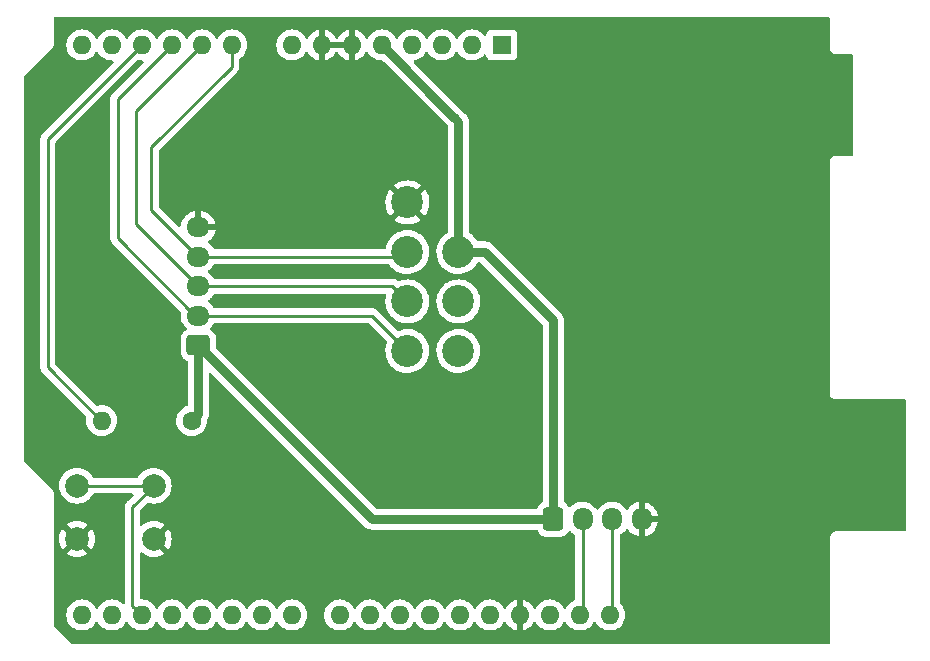
<source format=gbr>
%TF.GenerationSoftware,KiCad,Pcbnew,(6.0.6)*%
%TF.CreationDate,2022-11-26T18:27:24-08:00*%
%TF.ProjectId,AS-EXTN-UNO-01,41532d45-5854-44e2-9d55-4e4f2d30312e,rev?*%
%TF.SameCoordinates,Original*%
%TF.FileFunction,Copper,L1,Top*%
%TF.FilePolarity,Positive*%
%FSLAX46Y46*%
G04 Gerber Fmt 4.6, Leading zero omitted, Abs format (unit mm)*
G04 Created by KiCad (PCBNEW (6.0.6)) date 2022-11-26 18:27:24*
%MOMM*%
%LPD*%
G01*
G04 APERTURE LIST*
G04 Aperture macros list*
%AMRoundRect*
0 Rectangle with rounded corners*
0 $1 Rounding radius*
0 $2 $3 $4 $5 $6 $7 $8 $9 X,Y pos of 4 corners*
0 Add a 4 corners polygon primitive as box body*
4,1,4,$2,$3,$4,$5,$6,$7,$8,$9,$2,$3,0*
0 Add four circle primitives for the rounded corners*
1,1,$1+$1,$2,$3*
1,1,$1+$1,$4,$5*
1,1,$1+$1,$6,$7*
1,1,$1+$1,$8,$9*
0 Add four rect primitives between the rounded corners*
20,1,$1+$1,$2,$3,$4,$5,0*
20,1,$1+$1,$4,$5,$6,$7,0*
20,1,$1+$1,$6,$7,$8,$9,0*
20,1,$1+$1,$8,$9,$2,$3,0*%
G04 Aperture macros list end*
%TA.AperFunction,ComponentPad*%
%ADD10C,2.000000*%
%TD*%
%TA.AperFunction,ComponentPad*%
%ADD11C,2.700000*%
%TD*%
%TA.AperFunction,ComponentPad*%
%ADD12C,1.600000*%
%TD*%
%TA.AperFunction,ComponentPad*%
%ADD13O,1.600000X1.600000*%
%TD*%
%TA.AperFunction,ComponentPad*%
%ADD14RoundRect,0.250000X0.725000X-0.600000X0.725000X0.600000X-0.725000X0.600000X-0.725000X-0.600000X0*%
%TD*%
%TA.AperFunction,ComponentPad*%
%ADD15O,1.950000X1.700000*%
%TD*%
%TA.AperFunction,ComponentPad*%
%ADD16RoundRect,0.250000X-0.600000X-0.725000X0.600000X-0.725000X0.600000X0.725000X-0.600000X0.725000X0*%
%TD*%
%TA.AperFunction,ComponentPad*%
%ADD17O,1.700000X1.950000*%
%TD*%
%TA.AperFunction,ComponentPad*%
%ADD18R,1.600000X1.600000*%
%TD*%
%TA.AperFunction,Conductor*%
%ADD19C,0.250000*%
%TD*%
%TA.AperFunction,Conductor*%
%ADD20C,0.750000*%
%TD*%
G04 APERTURE END LIST*
D10*
%TO.P,SW1,1,1*%
%TO.N,/HOME*%
X62051000Y-106893800D03*
X55551000Y-106893800D03*
%TO.P,SW1,2,2*%
%TO.N,GND*%
X55551000Y-111393800D03*
X62051000Y-111393800D03*
%TD*%
D11*
%TO.P,J1,1,GND*%
%TO.N,GND*%
X83523300Y-82901000D03*
%TO.P,J1,2,CLK*%
%TO.N,/CLK*%
X83523300Y-87092000D03*
%TO.P,J1,3,PS*%
%TO.N,/PS*%
X83523300Y-91283000D03*
%TO.P,J1,4,/DATA*%
%TO.N,/DATA*%
X83523300Y-95474000D03*
%TO.P,J1,5,/D4*%
%TO.N,unconnected-(J1-Pad5)*%
X87841300Y-95473600D03*
%TO.P,J1,6,/D3*%
%TO.N,unconnected-(J1-Pad6)*%
X87841300Y-91282600D03*
%TO.P,J1,7,VCC*%
%TO.N,VCC*%
X87841300Y-87091600D03*
%TD*%
D12*
%TO.P,R1,1*%
%TO.N,VCC*%
X65252600Y-101371400D03*
D13*
%TO.P,R1,2*%
%TO.N,/GC_N64_DATA*%
X57632600Y-101371400D03*
%TD*%
D14*
%TO.P,J2,1,Pin_1*%
%TO.N,VCC*%
X65819800Y-94992200D03*
D15*
%TO.P,J2,2,Pin_2*%
%TO.N,/DATA*%
X65819800Y-92492200D03*
%TO.P,J2,3,Pin_3*%
%TO.N,/PS*%
X65819800Y-89992200D03*
%TO.P,J2,4,Pin_4*%
%TO.N,/CLK*%
X65819800Y-87492200D03*
%TO.P,J2,5,Pin_5*%
%TO.N,GND*%
X65819800Y-84992200D03*
%TD*%
D16*
%TO.P,J3,1,Pin_1*%
%TO.N,VCC*%
X95868800Y-109711000D03*
D17*
%TO.P,J3,2,Pin_2*%
%TO.N,/SDA*%
X98368800Y-109711000D03*
%TO.P,J3,3,Pin_3*%
%TO.N,/SCL*%
X100868800Y-109711000D03*
%TO.P,J3,4,Pin_4*%
%TO.N,GND*%
X103368800Y-109711000D03*
%TD*%
D18*
%TO.P,A1,1,NC*%
%TO.N,unconnected-(A1-Pad1)*%
X91516200Y-69570600D03*
D13*
%TO.P,A1,2,IOREF*%
%TO.N,unconnected-(A1-Pad2)*%
X88976200Y-69570600D03*
%TO.P,A1,3,~{RESET}*%
%TO.N,unconnected-(A1-Pad3)*%
X86436200Y-69570600D03*
%TO.P,A1,4,3V3*%
%TO.N,unconnected-(A1-Pad4)*%
X83896200Y-69570600D03*
%TO.P,A1,5,+5V*%
%TO.N,VCC*%
X81356200Y-69570600D03*
%TO.P,A1,6,GND*%
%TO.N,GND*%
X78816200Y-69570600D03*
%TO.P,A1,7,GND*%
X76276200Y-69570600D03*
%TO.P,A1,8,VIN*%
%TO.N,unconnected-(A1-Pad8)*%
X73736200Y-69570600D03*
%TO.P,A1,9,A0*%
%TO.N,/CLK*%
X68656200Y-69570600D03*
%TO.P,A1,10,A1*%
%TO.N,/PS*%
X66116200Y-69570600D03*
%TO.P,A1,11,A2*%
%TO.N,/DATA*%
X63576200Y-69570600D03*
%TO.P,A1,12,A3*%
%TO.N,/GC_N64_DATA*%
X61036200Y-69570600D03*
%TO.P,A1,13,SDA/A4*%
%TO.N,unconnected-(A1-Pad13)*%
X58496200Y-69570600D03*
%TO.P,A1,14,SCL/A5*%
%TO.N,unconnected-(A1-Pad14)*%
X55956200Y-69570600D03*
%TO.P,A1,15,D0/RX*%
%TO.N,unconnected-(A1-Pad15)*%
X55956200Y-117830600D03*
%TO.P,A1,16,D1/TX*%
%TO.N,unconnected-(A1-Pad16)*%
X58496200Y-117830600D03*
%TO.P,A1,17,D2*%
%TO.N,/HOME*%
X61036200Y-117830600D03*
%TO.P,A1,18,D3*%
%TO.N,unconnected-(A1-Pad18)*%
X63576200Y-117830600D03*
%TO.P,A1,19,D4*%
%TO.N,unconnected-(A1-Pad19)*%
X66116200Y-117830600D03*
%TO.P,A1,20,D5*%
%TO.N,unconnected-(A1-Pad20)*%
X68656200Y-117830600D03*
%TO.P,A1,21,D6*%
%TO.N,unconnected-(A1-Pad21)*%
X71196200Y-117830600D03*
%TO.P,A1,22,D7*%
%TO.N,unconnected-(A1-Pad22)*%
X73736200Y-117830600D03*
%TO.P,A1,23,D8*%
%TO.N,unconnected-(A1-Pad23)*%
X77796200Y-117830600D03*
%TO.P,A1,24,D9*%
%TO.N,unconnected-(A1-Pad24)*%
X80336200Y-117830600D03*
%TO.P,A1,25,D10*%
%TO.N,unconnected-(A1-Pad25)*%
X82876200Y-117830600D03*
%TO.P,A1,26,D11*%
%TO.N,unconnected-(A1-Pad26)*%
X85416200Y-117830600D03*
%TO.P,A1,27,D12*%
%TO.N,unconnected-(A1-Pad27)*%
X87956200Y-117830600D03*
%TO.P,A1,28,D13*%
%TO.N,unconnected-(A1-Pad28)*%
X90496200Y-117830600D03*
%TO.P,A1,29,GND*%
%TO.N,GND*%
X93036200Y-117830600D03*
%TO.P,A1,30,AREF*%
%TO.N,unconnected-(A1-Pad30)*%
X95576200Y-117830600D03*
%TO.P,A1,31,SDA/A4*%
%TO.N,/SDA*%
X98116200Y-117830600D03*
%TO.P,A1,32,SCL/A5*%
%TO.N,/SCL*%
X100656200Y-117830600D03*
%TD*%
D19*
%TO.N,/HOME*%
X60236201Y-108708599D02*
X60236201Y-117030601D01*
X60236201Y-117030601D02*
X61036200Y-117830600D01*
X62051000Y-106893800D02*
X60236201Y-108708599D01*
X55551000Y-106893800D02*
X62051000Y-106893800D01*
D20*
%TO.N,VCC*%
X87841300Y-76055700D02*
X87841300Y-87091600D01*
X87503000Y-75717400D02*
X81356200Y-69570600D01*
X90114200Y-87091600D02*
X95868800Y-92846200D01*
X95868800Y-92846200D02*
X95868800Y-109711000D01*
X80538600Y-109711000D02*
X65819800Y-94992200D01*
X95868800Y-109711000D02*
X80538600Y-109711000D01*
X87841300Y-87091600D02*
X90114200Y-87091600D01*
X65819800Y-100804200D02*
X65252600Y-101371400D01*
X65819800Y-94992200D02*
X65819800Y-100804200D01*
X87452200Y-75666600D02*
X87841300Y-76055700D01*
D19*
%TO.N,/CLK*%
X65819800Y-87492200D02*
X61849000Y-83521400D01*
X61849000Y-83521400D02*
X61849000Y-78206600D01*
X83123100Y-87492200D02*
X83523300Y-87092000D01*
X68656200Y-71399400D02*
X68656200Y-69570600D01*
X61849000Y-78206600D02*
X68656200Y-71399400D01*
X65819800Y-87492200D02*
X83123100Y-87492200D01*
%TO.N,/PS*%
X65819800Y-89992200D02*
X60553600Y-84726000D01*
X60553600Y-75133200D02*
X66116200Y-69570600D01*
X60553600Y-84726000D02*
X60553600Y-75133200D01*
X82232500Y-89992200D02*
X83523300Y-91283000D01*
X65819800Y-89992200D02*
X82232500Y-89992200D01*
%TO.N,/GC_N64_DATA*%
X53086000Y-96875600D02*
X57581800Y-101371400D01*
X61036200Y-69570600D02*
X53086000Y-77520800D01*
X57581800Y-101371400D02*
X57632600Y-101371400D01*
X53086000Y-77520800D02*
X53086000Y-96875600D01*
%TO.N,/SDA*%
X98368800Y-109711000D02*
X98368800Y-117578000D01*
X98368800Y-117578000D02*
X98116200Y-117830600D01*
%TO.N,/SCL*%
X100868800Y-109711000D02*
X100868800Y-117618000D01*
X100868800Y-117618000D02*
X100656200Y-117830600D01*
%TO.N,/DATA*%
X59004200Y-74142600D02*
X63576200Y-69570600D01*
X59004200Y-85928200D02*
X59004200Y-74142600D01*
X65819800Y-92492200D02*
X80541500Y-92492200D01*
X80541500Y-92492200D02*
X83523300Y-95474000D01*
X65568200Y-92492200D02*
X59004200Y-85928200D01*
X65819800Y-92492200D02*
X65568200Y-92492200D01*
%TD*%
%TA.AperFunction,Conductor*%
%TO.N,GND*%
G36*
X119245421Y-67203502D02*
G01*
X119291914Y-67257158D01*
X119303300Y-67309500D01*
X119303300Y-69815977D01*
X119303298Y-69816747D01*
X119302824Y-69894321D01*
X119305291Y-69902952D01*
X119310950Y-69922753D01*
X119314528Y-69939515D01*
X119318720Y-69968787D01*
X119322434Y-69976955D01*
X119322434Y-69976956D01*
X119329348Y-69992162D01*
X119335796Y-70009686D01*
X119342851Y-70034371D01*
X119347643Y-70041965D01*
X119347644Y-70041968D01*
X119358630Y-70059380D01*
X119366769Y-70074463D01*
X119379008Y-70101382D01*
X119384869Y-70108184D01*
X119395770Y-70120835D01*
X119406873Y-70135839D01*
X119420576Y-70157558D01*
X119427301Y-70163497D01*
X119427304Y-70163501D01*
X119442738Y-70177132D01*
X119454782Y-70189324D01*
X119468227Y-70204927D01*
X119468230Y-70204929D01*
X119474087Y-70211727D01*
X119481616Y-70216607D01*
X119481617Y-70216608D01*
X119495635Y-70225694D01*
X119510509Y-70236985D01*
X119523017Y-70248031D01*
X119529751Y-70253978D01*
X119556511Y-70266542D01*
X119571491Y-70274863D01*
X119588783Y-70286071D01*
X119588788Y-70286073D01*
X119596315Y-70290952D01*
X119604908Y-70293522D01*
X119604913Y-70293524D01*
X119620920Y-70298311D01*
X119638364Y-70304972D01*
X119653476Y-70312067D01*
X119653478Y-70312068D01*
X119661600Y-70315881D01*
X119670467Y-70317262D01*
X119670468Y-70317262D01*
X119680110Y-70318763D01*
X119690817Y-70320430D01*
X119707532Y-70324213D01*
X119727266Y-70330115D01*
X119727272Y-70330116D01*
X119735866Y-70332686D01*
X119744837Y-70332741D01*
X119744838Y-70332741D01*
X119754897Y-70332802D01*
X119770306Y-70332896D01*
X119771089Y-70332929D01*
X119772186Y-70333100D01*
X119803177Y-70333100D01*
X119803947Y-70333102D01*
X119877585Y-70333552D01*
X119877586Y-70333552D01*
X119881521Y-70333576D01*
X119882865Y-70333192D01*
X119884210Y-70333100D01*
X121133100Y-70333100D01*
X121201221Y-70353102D01*
X121247714Y-70406758D01*
X121259100Y-70459100D01*
X121259100Y-78842100D01*
X121239098Y-78910221D01*
X121185442Y-78956714D01*
X121133100Y-78968100D01*
X119795023Y-78968100D01*
X119794253Y-78968098D01*
X119793437Y-78968093D01*
X119716679Y-78967624D01*
X119694318Y-78974015D01*
X119688247Y-78975750D01*
X119671485Y-78979328D01*
X119642213Y-78983520D01*
X119634045Y-78987234D01*
X119634044Y-78987234D01*
X119618838Y-78994148D01*
X119601314Y-79000596D01*
X119576629Y-79007651D01*
X119569035Y-79012443D01*
X119569032Y-79012444D01*
X119551620Y-79023430D01*
X119536537Y-79031569D01*
X119509618Y-79043808D01*
X119502816Y-79049669D01*
X119490165Y-79060570D01*
X119475161Y-79071673D01*
X119453442Y-79085376D01*
X119447503Y-79092101D01*
X119447499Y-79092104D01*
X119433868Y-79107538D01*
X119421676Y-79119582D01*
X119406073Y-79133027D01*
X119406071Y-79133030D01*
X119399273Y-79138887D01*
X119394393Y-79146416D01*
X119394392Y-79146417D01*
X119385306Y-79160435D01*
X119374015Y-79175309D01*
X119362969Y-79187817D01*
X119357022Y-79194551D01*
X119344458Y-79221311D01*
X119336137Y-79236291D01*
X119324929Y-79253583D01*
X119324927Y-79253588D01*
X119320048Y-79261115D01*
X119317478Y-79269708D01*
X119317476Y-79269713D01*
X119312689Y-79285720D01*
X119306028Y-79303164D01*
X119295119Y-79326400D01*
X119293738Y-79335267D01*
X119293738Y-79335268D01*
X119290570Y-79355615D01*
X119286787Y-79372332D01*
X119280885Y-79392066D01*
X119280884Y-79392072D01*
X119278314Y-79400666D01*
X119278259Y-79409637D01*
X119278259Y-79409638D01*
X119278104Y-79435097D01*
X119278071Y-79435889D01*
X119277900Y-79436986D01*
X119277900Y-79467977D01*
X119277898Y-79468747D01*
X119277424Y-79546321D01*
X119277808Y-79547665D01*
X119277900Y-79549010D01*
X119277900Y-99051377D01*
X119277898Y-99052147D01*
X119277424Y-99129721D01*
X119279891Y-99138352D01*
X119285550Y-99158153D01*
X119289128Y-99174915D01*
X119293320Y-99204187D01*
X119297034Y-99212355D01*
X119297034Y-99212356D01*
X119303948Y-99227562D01*
X119310396Y-99245086D01*
X119317451Y-99269771D01*
X119322243Y-99277365D01*
X119322244Y-99277368D01*
X119333230Y-99294780D01*
X119341369Y-99309863D01*
X119353608Y-99336782D01*
X119359469Y-99343584D01*
X119370370Y-99356235D01*
X119381473Y-99371239D01*
X119395176Y-99392958D01*
X119401901Y-99398897D01*
X119401904Y-99398901D01*
X119417338Y-99412532D01*
X119429382Y-99424724D01*
X119442827Y-99440327D01*
X119442830Y-99440329D01*
X119448687Y-99447127D01*
X119456216Y-99452007D01*
X119456217Y-99452008D01*
X119470235Y-99461094D01*
X119485109Y-99472385D01*
X119497617Y-99483431D01*
X119504351Y-99489378D01*
X119531111Y-99501942D01*
X119546091Y-99510263D01*
X119563383Y-99521471D01*
X119563388Y-99521473D01*
X119570915Y-99526352D01*
X119579508Y-99528922D01*
X119579513Y-99528924D01*
X119595520Y-99533711D01*
X119612964Y-99540372D01*
X119628076Y-99547467D01*
X119628078Y-99547468D01*
X119636200Y-99551281D01*
X119645067Y-99552662D01*
X119645068Y-99552662D01*
X119654710Y-99554163D01*
X119665417Y-99555830D01*
X119682132Y-99559613D01*
X119701866Y-99565515D01*
X119701872Y-99565516D01*
X119710466Y-99568086D01*
X119719437Y-99568141D01*
X119719438Y-99568141D01*
X119729497Y-99568202D01*
X119744906Y-99568296D01*
X119745689Y-99568329D01*
X119746786Y-99568500D01*
X119777777Y-99568500D01*
X119778547Y-99568502D01*
X119852185Y-99568952D01*
X119852186Y-99568952D01*
X119856121Y-99568976D01*
X119857465Y-99568592D01*
X119858810Y-99568500D01*
X125627577Y-99568500D01*
X125695698Y-99588502D01*
X125742191Y-99642158D01*
X125753577Y-99694763D01*
X125730849Y-110603610D01*
X125730820Y-110617763D01*
X125710676Y-110685841D01*
X125656923Y-110732222D01*
X125604820Y-110743500D01*
X119845823Y-110743500D01*
X119845053Y-110743498D01*
X119844237Y-110743493D01*
X119767479Y-110743024D01*
X119745118Y-110749415D01*
X119739047Y-110751150D01*
X119722285Y-110754728D01*
X119693013Y-110758920D01*
X119684845Y-110762634D01*
X119684844Y-110762634D01*
X119669638Y-110769548D01*
X119652114Y-110775996D01*
X119627429Y-110783051D01*
X119619835Y-110787843D01*
X119619832Y-110787844D01*
X119602420Y-110798830D01*
X119587337Y-110806969D01*
X119560418Y-110819208D01*
X119553616Y-110825069D01*
X119540965Y-110835970D01*
X119525961Y-110847073D01*
X119504242Y-110860776D01*
X119498303Y-110867501D01*
X119498299Y-110867504D01*
X119484668Y-110882938D01*
X119472476Y-110894982D01*
X119456873Y-110908427D01*
X119456871Y-110908430D01*
X119450073Y-110914287D01*
X119445193Y-110921816D01*
X119445192Y-110921817D01*
X119436106Y-110935835D01*
X119424815Y-110950709D01*
X119413769Y-110963217D01*
X119407822Y-110969951D01*
X119397873Y-110991141D01*
X119395258Y-110996711D01*
X119386937Y-111011691D01*
X119375729Y-111028983D01*
X119375727Y-111028988D01*
X119370848Y-111036515D01*
X119368278Y-111045108D01*
X119368276Y-111045113D01*
X119363489Y-111061120D01*
X119356828Y-111078564D01*
X119345919Y-111101800D01*
X119344538Y-111110667D01*
X119344538Y-111110668D01*
X119343037Y-111120310D01*
X119341549Y-111129868D01*
X119341370Y-111131015D01*
X119337587Y-111147732D01*
X119331685Y-111167466D01*
X119331684Y-111167472D01*
X119329114Y-111176066D01*
X119329059Y-111185037D01*
X119329059Y-111185038D01*
X119328904Y-111210497D01*
X119328871Y-111211289D01*
X119328700Y-111212386D01*
X119328700Y-111243377D01*
X119328698Y-111244147D01*
X119328224Y-111321721D01*
X119328608Y-111323065D01*
X119328700Y-111324410D01*
X119328700Y-120142500D01*
X119308698Y-120210621D01*
X119255042Y-120257114D01*
X119202700Y-120268500D01*
X55157324Y-120268500D01*
X55089203Y-120248498D01*
X55067017Y-120230367D01*
X53604793Y-118727525D01*
X53571624Y-118664752D01*
X53569100Y-118639658D01*
X53569100Y-112626470D01*
X54683160Y-112626470D01*
X54688887Y-112634120D01*
X54860042Y-112739005D01*
X54868837Y-112743487D01*
X55078988Y-112830534D01*
X55088373Y-112833583D01*
X55309554Y-112886685D01*
X55319301Y-112888228D01*
X55546070Y-112906075D01*
X55555930Y-112906075D01*
X55782699Y-112888228D01*
X55792446Y-112886685D01*
X56013627Y-112833583D01*
X56023012Y-112830534D01*
X56233163Y-112743487D01*
X56241958Y-112739005D01*
X56409445Y-112636368D01*
X56418907Y-112625910D01*
X56415124Y-112617134D01*
X55563812Y-111765822D01*
X55549868Y-111758208D01*
X55548035Y-111758339D01*
X55541420Y-111762590D01*
X54689920Y-112614090D01*
X54683160Y-112626470D01*
X53569100Y-112626470D01*
X53569100Y-111398730D01*
X54038725Y-111398730D01*
X54056572Y-111625499D01*
X54058115Y-111635246D01*
X54111217Y-111856427D01*
X54114266Y-111865812D01*
X54201313Y-112075963D01*
X54205795Y-112084758D01*
X54308432Y-112252245D01*
X54318890Y-112261707D01*
X54327666Y-112257924D01*
X55178978Y-111406612D01*
X55185356Y-111394932D01*
X55915408Y-111394932D01*
X55915539Y-111396765D01*
X55919790Y-111403380D01*
X56771290Y-112254880D01*
X56783670Y-112261640D01*
X56791320Y-112255913D01*
X56896205Y-112084758D01*
X56900687Y-112075963D01*
X56987734Y-111865812D01*
X56990783Y-111856427D01*
X57043885Y-111635246D01*
X57045428Y-111625499D01*
X57063275Y-111398730D01*
X57063275Y-111388870D01*
X57045428Y-111162101D01*
X57043885Y-111152354D01*
X56990783Y-110931173D01*
X56987734Y-110921788D01*
X56900687Y-110711637D01*
X56896205Y-110702842D01*
X56793568Y-110535355D01*
X56783110Y-110525893D01*
X56774334Y-110529676D01*
X55923022Y-111380988D01*
X55915408Y-111394932D01*
X55185356Y-111394932D01*
X55186592Y-111392668D01*
X55186461Y-111390835D01*
X55182210Y-111384220D01*
X54330710Y-110532720D01*
X54318330Y-110525960D01*
X54310680Y-110531687D01*
X54205795Y-110702842D01*
X54201313Y-110711637D01*
X54114266Y-110921788D01*
X54111217Y-110931173D01*
X54058115Y-111152354D01*
X54056572Y-111162101D01*
X54038725Y-111388870D01*
X54038725Y-111398730D01*
X53569100Y-111398730D01*
X53569100Y-110161690D01*
X54683093Y-110161690D01*
X54686876Y-110170466D01*
X55538188Y-111021778D01*
X55552132Y-111029392D01*
X55553965Y-111029261D01*
X55560580Y-111025010D01*
X56412080Y-110173510D01*
X56418840Y-110161130D01*
X56413113Y-110153480D01*
X56241958Y-110048595D01*
X56233163Y-110044113D01*
X56023012Y-109957066D01*
X56013627Y-109954017D01*
X55792446Y-109900915D01*
X55782699Y-109899372D01*
X55555930Y-109881525D01*
X55546070Y-109881525D01*
X55319301Y-109899372D01*
X55309554Y-109900915D01*
X55088373Y-109954017D01*
X55078988Y-109957066D01*
X54868837Y-110044113D01*
X54860042Y-110048595D01*
X54692555Y-110151232D01*
X54683093Y-110161690D01*
X53569100Y-110161690D01*
X53569100Y-107590760D01*
X53569612Y-107579414D01*
X53570174Y-107573201D01*
X53572241Y-107564468D01*
X53571347Y-107547302D01*
X53569271Y-107507474D01*
X53569100Y-107500917D01*
X53569100Y-107481687D01*
X53568464Y-107477244D01*
X53568062Y-107474434D01*
X53566960Y-107463129D01*
X53565128Y-107427974D01*
X53564661Y-107419008D01*
X53561035Y-107408644D01*
X53555238Y-107384891D01*
X53554953Y-107382901D01*
X53554953Y-107382899D01*
X53553680Y-107374013D01*
X53549965Y-107365843D01*
X53549964Y-107365839D01*
X53535386Y-107333778D01*
X53531154Y-107323234D01*
X53519526Y-107289996D01*
X53519525Y-107289994D01*
X53516561Y-107281522D01*
X53510169Y-107272589D01*
X53497941Y-107251424D01*
X53493392Y-107241418D01*
X53464541Y-107207935D01*
X53457520Y-107199002D01*
X53454273Y-107194463D01*
X53454270Y-107194460D01*
X53451438Y-107190501D01*
X53448027Y-107187022D01*
X53448023Y-107187017D01*
X53438424Y-107177225D01*
X53432948Y-107171268D01*
X53404173Y-107137874D01*
X53398313Y-107131073D01*
X53390780Y-107126190D01*
X53384016Y-107120290D01*
X53384268Y-107120001D01*
X53374467Y-107111991D01*
X53160554Y-106893800D01*
X54037835Y-106893800D01*
X54056465Y-107130511D01*
X54057619Y-107135318D01*
X54057620Y-107135324D01*
X54088177Y-107262601D01*
X54111895Y-107361394D01*
X54113788Y-107365965D01*
X54113789Y-107365967D01*
X54185807Y-107539834D01*
X54202760Y-107580763D01*
X54205346Y-107584983D01*
X54324241Y-107779002D01*
X54324245Y-107779008D01*
X54326824Y-107783216D01*
X54481031Y-107963769D01*
X54661584Y-108117976D01*
X54665792Y-108120555D01*
X54665798Y-108120559D01*
X54794375Y-108199351D01*
X54864037Y-108242040D01*
X54868607Y-108243933D01*
X54868611Y-108243935D01*
X55078833Y-108331011D01*
X55083406Y-108332905D01*
X55158915Y-108351033D01*
X55309476Y-108387180D01*
X55309482Y-108387181D01*
X55314289Y-108388335D01*
X55551000Y-108406965D01*
X55787711Y-108388335D01*
X55792518Y-108387181D01*
X55792524Y-108387180D01*
X55943085Y-108351033D01*
X56018594Y-108332905D01*
X56023167Y-108331011D01*
X56233389Y-108243935D01*
X56233393Y-108243933D01*
X56237963Y-108242040D01*
X56307625Y-108199351D01*
X56436202Y-108120559D01*
X56436208Y-108120555D01*
X56440416Y-108117976D01*
X56620969Y-107963769D01*
X56775176Y-107783216D01*
X56777755Y-107779008D01*
X56777759Y-107779002D01*
X56895133Y-107587465D01*
X56947781Y-107539834D01*
X57002566Y-107527300D01*
X60217405Y-107527300D01*
X60285526Y-107547302D01*
X60332019Y-107600958D01*
X60342123Y-107671232D01*
X60312629Y-107735812D01*
X60306500Y-107742395D01*
X59843948Y-108204947D01*
X59835662Y-108212487D01*
X59829183Y-108216599D01*
X59823758Y-108222376D01*
X59782558Y-108266250D01*
X59779803Y-108269092D01*
X59760066Y-108288829D01*
X59757586Y-108292026D01*
X59749883Y-108301046D01*
X59719615Y-108333278D01*
X59715796Y-108340224D01*
X59715794Y-108340227D01*
X59709853Y-108351033D01*
X59699002Y-108367552D01*
X59686587Y-108383558D01*
X59683442Y-108390827D01*
X59683439Y-108390831D01*
X59669027Y-108424136D01*
X59663810Y-108434786D01*
X59642506Y-108473539D01*
X59640535Y-108481214D01*
X59640535Y-108481215D01*
X59637468Y-108493161D01*
X59631064Y-108511865D01*
X59623020Y-108530454D01*
X59621781Y-108538277D01*
X59621778Y-108538287D01*
X59616102Y-108574123D01*
X59613696Y-108585743D01*
X59602701Y-108628569D01*
X59602701Y-108648823D01*
X59601150Y-108668533D01*
X59597981Y-108688542D01*
X59598727Y-108696434D01*
X59602142Y-108732560D01*
X59602701Y-108744418D01*
X59602701Y-116782413D01*
X59582699Y-116850534D01*
X59529043Y-116897027D01*
X59458769Y-116907131D01*
X59394189Y-116877637D01*
X59387606Y-116871508D01*
X59340500Y-116824402D01*
X59335992Y-116821245D01*
X59335989Y-116821243D01*
X59257811Y-116766502D01*
X59152949Y-116693077D01*
X59147967Y-116690754D01*
X59147962Y-116690751D01*
X58950425Y-116598639D01*
X58950424Y-116598639D01*
X58945443Y-116596316D01*
X58940135Y-116594894D01*
X58940133Y-116594893D01*
X58729602Y-116538481D01*
X58729600Y-116538481D01*
X58724287Y-116537057D01*
X58496200Y-116517102D01*
X58268113Y-116537057D01*
X58262800Y-116538481D01*
X58262798Y-116538481D01*
X58052267Y-116594893D01*
X58052265Y-116594894D01*
X58046957Y-116596316D01*
X58041976Y-116598639D01*
X58041975Y-116598639D01*
X57844438Y-116690751D01*
X57844433Y-116690754D01*
X57839451Y-116693077D01*
X57734589Y-116766502D01*
X57656411Y-116821243D01*
X57656408Y-116821245D01*
X57651900Y-116824402D01*
X57490002Y-116986300D01*
X57358677Y-117173851D01*
X57356354Y-117178833D01*
X57356351Y-117178838D01*
X57340395Y-117213057D01*
X57293478Y-117266342D01*
X57225201Y-117285803D01*
X57157241Y-117265261D01*
X57112005Y-117213057D01*
X57096049Y-117178838D01*
X57096046Y-117178833D01*
X57093723Y-117173851D01*
X56962398Y-116986300D01*
X56800500Y-116824402D01*
X56795992Y-116821245D01*
X56795989Y-116821243D01*
X56717811Y-116766502D01*
X56612949Y-116693077D01*
X56607967Y-116690754D01*
X56607962Y-116690751D01*
X56410425Y-116598639D01*
X56410424Y-116598639D01*
X56405443Y-116596316D01*
X56400135Y-116594894D01*
X56400133Y-116594893D01*
X56189602Y-116538481D01*
X56189600Y-116538481D01*
X56184287Y-116537057D01*
X55956200Y-116517102D01*
X55728113Y-116537057D01*
X55722800Y-116538481D01*
X55722798Y-116538481D01*
X55512267Y-116594893D01*
X55512265Y-116594894D01*
X55506957Y-116596316D01*
X55501976Y-116598639D01*
X55501975Y-116598639D01*
X55304438Y-116690751D01*
X55304433Y-116690754D01*
X55299451Y-116693077D01*
X55194589Y-116766502D01*
X55116411Y-116821243D01*
X55116408Y-116821245D01*
X55111900Y-116824402D01*
X54950002Y-116986300D01*
X54818677Y-117173851D01*
X54816354Y-117178833D01*
X54816351Y-117178838D01*
X54816234Y-117179089D01*
X54721916Y-117381357D01*
X54720494Y-117386665D01*
X54720493Y-117386667D01*
X54686200Y-117514650D01*
X54662657Y-117602513D01*
X54642702Y-117830600D01*
X54662657Y-118058687D01*
X54721916Y-118279843D01*
X54724239Y-118284824D01*
X54724239Y-118284825D01*
X54816351Y-118482362D01*
X54816354Y-118482367D01*
X54818677Y-118487349D01*
X54950002Y-118674900D01*
X55111900Y-118836798D01*
X55116408Y-118839955D01*
X55116411Y-118839957D01*
X55194589Y-118894698D01*
X55299451Y-118968123D01*
X55304433Y-118970446D01*
X55304438Y-118970449D01*
X55456996Y-119041587D01*
X55506957Y-119064884D01*
X55512265Y-119066306D01*
X55512267Y-119066307D01*
X55722798Y-119122719D01*
X55722800Y-119122719D01*
X55728113Y-119124143D01*
X55956200Y-119144098D01*
X56184287Y-119124143D01*
X56189600Y-119122719D01*
X56189602Y-119122719D01*
X56400133Y-119066307D01*
X56400135Y-119066306D01*
X56405443Y-119064884D01*
X56455404Y-119041587D01*
X56607962Y-118970449D01*
X56607967Y-118970446D01*
X56612949Y-118968123D01*
X56717811Y-118894698D01*
X56795989Y-118839957D01*
X56795992Y-118839955D01*
X56800500Y-118836798D01*
X56962398Y-118674900D01*
X57093723Y-118487349D01*
X57096046Y-118482367D01*
X57096049Y-118482362D01*
X57112005Y-118448143D01*
X57158922Y-118394858D01*
X57227199Y-118375397D01*
X57295159Y-118395939D01*
X57340395Y-118448143D01*
X57356351Y-118482362D01*
X57356354Y-118482367D01*
X57358677Y-118487349D01*
X57490002Y-118674900D01*
X57651900Y-118836798D01*
X57656408Y-118839955D01*
X57656411Y-118839957D01*
X57734589Y-118894698D01*
X57839451Y-118968123D01*
X57844433Y-118970446D01*
X57844438Y-118970449D01*
X57996996Y-119041587D01*
X58046957Y-119064884D01*
X58052265Y-119066306D01*
X58052267Y-119066307D01*
X58262798Y-119122719D01*
X58262800Y-119122719D01*
X58268113Y-119124143D01*
X58496200Y-119144098D01*
X58724287Y-119124143D01*
X58729600Y-119122719D01*
X58729602Y-119122719D01*
X58940133Y-119066307D01*
X58940135Y-119066306D01*
X58945443Y-119064884D01*
X58995404Y-119041587D01*
X59147962Y-118970449D01*
X59147967Y-118970446D01*
X59152949Y-118968123D01*
X59257811Y-118894698D01*
X59335989Y-118839957D01*
X59335992Y-118839955D01*
X59340500Y-118836798D01*
X59502398Y-118674900D01*
X59633723Y-118487349D01*
X59636046Y-118482367D01*
X59636049Y-118482362D01*
X59652005Y-118448143D01*
X59698922Y-118394858D01*
X59767199Y-118375397D01*
X59835159Y-118395939D01*
X59880395Y-118448143D01*
X59896351Y-118482362D01*
X59896354Y-118482367D01*
X59898677Y-118487349D01*
X60030002Y-118674900D01*
X60191900Y-118836798D01*
X60196408Y-118839955D01*
X60196411Y-118839957D01*
X60274589Y-118894698D01*
X60379451Y-118968123D01*
X60384433Y-118970446D01*
X60384438Y-118970449D01*
X60536996Y-119041587D01*
X60586957Y-119064884D01*
X60592265Y-119066306D01*
X60592267Y-119066307D01*
X60802798Y-119122719D01*
X60802800Y-119122719D01*
X60808113Y-119124143D01*
X61036200Y-119144098D01*
X61264287Y-119124143D01*
X61269600Y-119122719D01*
X61269602Y-119122719D01*
X61480133Y-119066307D01*
X61480135Y-119066306D01*
X61485443Y-119064884D01*
X61535404Y-119041587D01*
X61687962Y-118970449D01*
X61687967Y-118970446D01*
X61692949Y-118968123D01*
X61797811Y-118894698D01*
X61875989Y-118839957D01*
X61875992Y-118839955D01*
X61880500Y-118836798D01*
X62042398Y-118674900D01*
X62173723Y-118487349D01*
X62176046Y-118482367D01*
X62176049Y-118482362D01*
X62192005Y-118448143D01*
X62238922Y-118394858D01*
X62307199Y-118375397D01*
X62375159Y-118395939D01*
X62420395Y-118448143D01*
X62436351Y-118482362D01*
X62436354Y-118482367D01*
X62438677Y-118487349D01*
X62570002Y-118674900D01*
X62731900Y-118836798D01*
X62736408Y-118839955D01*
X62736411Y-118839957D01*
X62814589Y-118894698D01*
X62919451Y-118968123D01*
X62924433Y-118970446D01*
X62924438Y-118970449D01*
X63076996Y-119041587D01*
X63126957Y-119064884D01*
X63132265Y-119066306D01*
X63132267Y-119066307D01*
X63342798Y-119122719D01*
X63342800Y-119122719D01*
X63348113Y-119124143D01*
X63576200Y-119144098D01*
X63804287Y-119124143D01*
X63809600Y-119122719D01*
X63809602Y-119122719D01*
X64020133Y-119066307D01*
X64020135Y-119066306D01*
X64025443Y-119064884D01*
X64075404Y-119041587D01*
X64227962Y-118970449D01*
X64227967Y-118970446D01*
X64232949Y-118968123D01*
X64337811Y-118894698D01*
X64415989Y-118839957D01*
X64415992Y-118839955D01*
X64420500Y-118836798D01*
X64582398Y-118674900D01*
X64713723Y-118487349D01*
X64716046Y-118482367D01*
X64716049Y-118482362D01*
X64732005Y-118448143D01*
X64778922Y-118394858D01*
X64847199Y-118375397D01*
X64915159Y-118395939D01*
X64960395Y-118448143D01*
X64976351Y-118482362D01*
X64976354Y-118482367D01*
X64978677Y-118487349D01*
X65110002Y-118674900D01*
X65271900Y-118836798D01*
X65276408Y-118839955D01*
X65276411Y-118839957D01*
X65354589Y-118894698D01*
X65459451Y-118968123D01*
X65464433Y-118970446D01*
X65464438Y-118970449D01*
X65616996Y-119041587D01*
X65666957Y-119064884D01*
X65672265Y-119066306D01*
X65672267Y-119066307D01*
X65882798Y-119122719D01*
X65882800Y-119122719D01*
X65888113Y-119124143D01*
X66116200Y-119144098D01*
X66344287Y-119124143D01*
X66349600Y-119122719D01*
X66349602Y-119122719D01*
X66560133Y-119066307D01*
X66560135Y-119066306D01*
X66565443Y-119064884D01*
X66615404Y-119041587D01*
X66767962Y-118970449D01*
X66767967Y-118970446D01*
X66772949Y-118968123D01*
X66877811Y-118894698D01*
X66955989Y-118839957D01*
X66955992Y-118839955D01*
X66960500Y-118836798D01*
X67122398Y-118674900D01*
X67253723Y-118487349D01*
X67256046Y-118482367D01*
X67256049Y-118482362D01*
X67272005Y-118448143D01*
X67318922Y-118394858D01*
X67387199Y-118375397D01*
X67455159Y-118395939D01*
X67500395Y-118448143D01*
X67516351Y-118482362D01*
X67516354Y-118482367D01*
X67518677Y-118487349D01*
X67650002Y-118674900D01*
X67811900Y-118836798D01*
X67816408Y-118839955D01*
X67816411Y-118839957D01*
X67894589Y-118894698D01*
X67999451Y-118968123D01*
X68004433Y-118970446D01*
X68004438Y-118970449D01*
X68156996Y-119041587D01*
X68206957Y-119064884D01*
X68212265Y-119066306D01*
X68212267Y-119066307D01*
X68422798Y-119122719D01*
X68422800Y-119122719D01*
X68428113Y-119124143D01*
X68656200Y-119144098D01*
X68884287Y-119124143D01*
X68889600Y-119122719D01*
X68889602Y-119122719D01*
X69100133Y-119066307D01*
X69100135Y-119066306D01*
X69105443Y-119064884D01*
X69155404Y-119041587D01*
X69307962Y-118970449D01*
X69307967Y-118970446D01*
X69312949Y-118968123D01*
X69417811Y-118894698D01*
X69495989Y-118839957D01*
X69495992Y-118839955D01*
X69500500Y-118836798D01*
X69662398Y-118674900D01*
X69793723Y-118487349D01*
X69796046Y-118482367D01*
X69796049Y-118482362D01*
X69812005Y-118448143D01*
X69858922Y-118394858D01*
X69927199Y-118375397D01*
X69995159Y-118395939D01*
X70040395Y-118448143D01*
X70056351Y-118482362D01*
X70056354Y-118482367D01*
X70058677Y-118487349D01*
X70190002Y-118674900D01*
X70351900Y-118836798D01*
X70356408Y-118839955D01*
X70356411Y-118839957D01*
X70434589Y-118894698D01*
X70539451Y-118968123D01*
X70544433Y-118970446D01*
X70544438Y-118970449D01*
X70696996Y-119041587D01*
X70746957Y-119064884D01*
X70752265Y-119066306D01*
X70752267Y-119066307D01*
X70962798Y-119122719D01*
X70962800Y-119122719D01*
X70968113Y-119124143D01*
X71196200Y-119144098D01*
X71424287Y-119124143D01*
X71429600Y-119122719D01*
X71429602Y-119122719D01*
X71640133Y-119066307D01*
X71640135Y-119066306D01*
X71645443Y-119064884D01*
X71695404Y-119041587D01*
X71847962Y-118970449D01*
X71847967Y-118970446D01*
X71852949Y-118968123D01*
X71957811Y-118894698D01*
X72035989Y-118839957D01*
X72035992Y-118839955D01*
X72040500Y-118836798D01*
X72202398Y-118674900D01*
X72333723Y-118487349D01*
X72336046Y-118482367D01*
X72336049Y-118482362D01*
X72352005Y-118448143D01*
X72398922Y-118394858D01*
X72467199Y-118375397D01*
X72535159Y-118395939D01*
X72580395Y-118448143D01*
X72596351Y-118482362D01*
X72596354Y-118482367D01*
X72598677Y-118487349D01*
X72730002Y-118674900D01*
X72891900Y-118836798D01*
X72896408Y-118839955D01*
X72896411Y-118839957D01*
X72974589Y-118894698D01*
X73079451Y-118968123D01*
X73084433Y-118970446D01*
X73084438Y-118970449D01*
X73236996Y-119041587D01*
X73286957Y-119064884D01*
X73292265Y-119066306D01*
X73292267Y-119066307D01*
X73502798Y-119122719D01*
X73502800Y-119122719D01*
X73508113Y-119124143D01*
X73736200Y-119144098D01*
X73964287Y-119124143D01*
X73969600Y-119122719D01*
X73969602Y-119122719D01*
X74180133Y-119066307D01*
X74180135Y-119066306D01*
X74185443Y-119064884D01*
X74235404Y-119041587D01*
X74387962Y-118970449D01*
X74387967Y-118970446D01*
X74392949Y-118968123D01*
X74497811Y-118894698D01*
X74575989Y-118839957D01*
X74575992Y-118839955D01*
X74580500Y-118836798D01*
X74742398Y-118674900D01*
X74873723Y-118487349D01*
X74876046Y-118482367D01*
X74876049Y-118482362D01*
X74968161Y-118284825D01*
X74968161Y-118284824D01*
X74970484Y-118279843D01*
X75029743Y-118058687D01*
X75049698Y-117830600D01*
X76482702Y-117830600D01*
X76502657Y-118058687D01*
X76561916Y-118279843D01*
X76564239Y-118284824D01*
X76564239Y-118284825D01*
X76656351Y-118482362D01*
X76656354Y-118482367D01*
X76658677Y-118487349D01*
X76790002Y-118674900D01*
X76951900Y-118836798D01*
X76956408Y-118839955D01*
X76956411Y-118839957D01*
X77034589Y-118894698D01*
X77139451Y-118968123D01*
X77144433Y-118970446D01*
X77144438Y-118970449D01*
X77296996Y-119041587D01*
X77346957Y-119064884D01*
X77352265Y-119066306D01*
X77352267Y-119066307D01*
X77562798Y-119122719D01*
X77562800Y-119122719D01*
X77568113Y-119124143D01*
X77796200Y-119144098D01*
X78024287Y-119124143D01*
X78029600Y-119122719D01*
X78029602Y-119122719D01*
X78240133Y-119066307D01*
X78240135Y-119066306D01*
X78245443Y-119064884D01*
X78295404Y-119041587D01*
X78447962Y-118970449D01*
X78447967Y-118970446D01*
X78452949Y-118968123D01*
X78557811Y-118894698D01*
X78635989Y-118839957D01*
X78635992Y-118839955D01*
X78640500Y-118836798D01*
X78802398Y-118674900D01*
X78933723Y-118487349D01*
X78936046Y-118482367D01*
X78936049Y-118482362D01*
X78952005Y-118448143D01*
X78998922Y-118394858D01*
X79067199Y-118375397D01*
X79135159Y-118395939D01*
X79180395Y-118448143D01*
X79196351Y-118482362D01*
X79196354Y-118482367D01*
X79198677Y-118487349D01*
X79330002Y-118674900D01*
X79491900Y-118836798D01*
X79496408Y-118839955D01*
X79496411Y-118839957D01*
X79574589Y-118894698D01*
X79679451Y-118968123D01*
X79684433Y-118970446D01*
X79684438Y-118970449D01*
X79836996Y-119041587D01*
X79886957Y-119064884D01*
X79892265Y-119066306D01*
X79892267Y-119066307D01*
X80102798Y-119122719D01*
X80102800Y-119122719D01*
X80108113Y-119124143D01*
X80336200Y-119144098D01*
X80564287Y-119124143D01*
X80569600Y-119122719D01*
X80569602Y-119122719D01*
X80780133Y-119066307D01*
X80780135Y-119066306D01*
X80785443Y-119064884D01*
X80835404Y-119041587D01*
X80987962Y-118970449D01*
X80987967Y-118970446D01*
X80992949Y-118968123D01*
X81097811Y-118894698D01*
X81175989Y-118839957D01*
X81175992Y-118839955D01*
X81180500Y-118836798D01*
X81342398Y-118674900D01*
X81473723Y-118487349D01*
X81476046Y-118482367D01*
X81476049Y-118482362D01*
X81492005Y-118448143D01*
X81538922Y-118394858D01*
X81607199Y-118375397D01*
X81675159Y-118395939D01*
X81720395Y-118448143D01*
X81736351Y-118482362D01*
X81736354Y-118482367D01*
X81738677Y-118487349D01*
X81870002Y-118674900D01*
X82031900Y-118836798D01*
X82036408Y-118839955D01*
X82036411Y-118839957D01*
X82114589Y-118894698D01*
X82219451Y-118968123D01*
X82224433Y-118970446D01*
X82224438Y-118970449D01*
X82376996Y-119041587D01*
X82426957Y-119064884D01*
X82432265Y-119066306D01*
X82432267Y-119066307D01*
X82642798Y-119122719D01*
X82642800Y-119122719D01*
X82648113Y-119124143D01*
X82876200Y-119144098D01*
X83104287Y-119124143D01*
X83109600Y-119122719D01*
X83109602Y-119122719D01*
X83320133Y-119066307D01*
X83320135Y-119066306D01*
X83325443Y-119064884D01*
X83375404Y-119041587D01*
X83527962Y-118970449D01*
X83527967Y-118970446D01*
X83532949Y-118968123D01*
X83637811Y-118894698D01*
X83715989Y-118839957D01*
X83715992Y-118839955D01*
X83720500Y-118836798D01*
X83882398Y-118674900D01*
X84013723Y-118487349D01*
X84016046Y-118482367D01*
X84016049Y-118482362D01*
X84032005Y-118448143D01*
X84078922Y-118394858D01*
X84147199Y-118375397D01*
X84215159Y-118395939D01*
X84260395Y-118448143D01*
X84276351Y-118482362D01*
X84276354Y-118482367D01*
X84278677Y-118487349D01*
X84410002Y-118674900D01*
X84571900Y-118836798D01*
X84576408Y-118839955D01*
X84576411Y-118839957D01*
X84654589Y-118894698D01*
X84759451Y-118968123D01*
X84764433Y-118970446D01*
X84764438Y-118970449D01*
X84916996Y-119041587D01*
X84966957Y-119064884D01*
X84972265Y-119066306D01*
X84972267Y-119066307D01*
X85182798Y-119122719D01*
X85182800Y-119122719D01*
X85188113Y-119124143D01*
X85416200Y-119144098D01*
X85644287Y-119124143D01*
X85649600Y-119122719D01*
X85649602Y-119122719D01*
X85860133Y-119066307D01*
X85860135Y-119066306D01*
X85865443Y-119064884D01*
X85915404Y-119041587D01*
X86067962Y-118970449D01*
X86067967Y-118970446D01*
X86072949Y-118968123D01*
X86177811Y-118894698D01*
X86255989Y-118839957D01*
X86255992Y-118839955D01*
X86260500Y-118836798D01*
X86422398Y-118674900D01*
X86553723Y-118487349D01*
X86556046Y-118482367D01*
X86556049Y-118482362D01*
X86572005Y-118448143D01*
X86618922Y-118394858D01*
X86687199Y-118375397D01*
X86755159Y-118395939D01*
X86800395Y-118448143D01*
X86816351Y-118482362D01*
X86816354Y-118482367D01*
X86818677Y-118487349D01*
X86950002Y-118674900D01*
X87111900Y-118836798D01*
X87116408Y-118839955D01*
X87116411Y-118839957D01*
X87194589Y-118894698D01*
X87299451Y-118968123D01*
X87304433Y-118970446D01*
X87304438Y-118970449D01*
X87456996Y-119041587D01*
X87506957Y-119064884D01*
X87512265Y-119066306D01*
X87512267Y-119066307D01*
X87722798Y-119122719D01*
X87722800Y-119122719D01*
X87728113Y-119124143D01*
X87956200Y-119144098D01*
X88184287Y-119124143D01*
X88189600Y-119122719D01*
X88189602Y-119122719D01*
X88400133Y-119066307D01*
X88400135Y-119066306D01*
X88405443Y-119064884D01*
X88455404Y-119041587D01*
X88607962Y-118970449D01*
X88607967Y-118970446D01*
X88612949Y-118968123D01*
X88717811Y-118894698D01*
X88795989Y-118839957D01*
X88795992Y-118839955D01*
X88800500Y-118836798D01*
X88962398Y-118674900D01*
X89093723Y-118487349D01*
X89096046Y-118482367D01*
X89096049Y-118482362D01*
X89112005Y-118448143D01*
X89158922Y-118394858D01*
X89227199Y-118375397D01*
X89295159Y-118395939D01*
X89340395Y-118448143D01*
X89356351Y-118482362D01*
X89356354Y-118482367D01*
X89358677Y-118487349D01*
X89490002Y-118674900D01*
X89651900Y-118836798D01*
X89656408Y-118839955D01*
X89656411Y-118839957D01*
X89734589Y-118894698D01*
X89839451Y-118968123D01*
X89844433Y-118970446D01*
X89844438Y-118970449D01*
X89996996Y-119041587D01*
X90046957Y-119064884D01*
X90052265Y-119066306D01*
X90052267Y-119066307D01*
X90262798Y-119122719D01*
X90262800Y-119122719D01*
X90268113Y-119124143D01*
X90496200Y-119144098D01*
X90724287Y-119124143D01*
X90729600Y-119122719D01*
X90729602Y-119122719D01*
X90940133Y-119066307D01*
X90940135Y-119066306D01*
X90945443Y-119064884D01*
X90995404Y-119041587D01*
X91147962Y-118970449D01*
X91147967Y-118970446D01*
X91152949Y-118968123D01*
X91257811Y-118894698D01*
X91335989Y-118839957D01*
X91335992Y-118839955D01*
X91340500Y-118836798D01*
X91502398Y-118674900D01*
X91633723Y-118487349D01*
X91636046Y-118482367D01*
X91636049Y-118482362D01*
X91652281Y-118447551D01*
X91699198Y-118394266D01*
X91767475Y-118374805D01*
X91835435Y-118395347D01*
X91880671Y-118447551D01*
X91896786Y-118482111D01*
X91902269Y-118491607D01*
X92027228Y-118670067D01*
X92034284Y-118678475D01*
X92188325Y-118832516D01*
X92196733Y-118839572D01*
X92375193Y-118964531D01*
X92384689Y-118970014D01*
X92582147Y-119062090D01*
X92592439Y-119065836D01*
X92764703Y-119111994D01*
X92778799Y-119111658D01*
X92782200Y-119103716D01*
X92782200Y-116562633D01*
X92778227Y-116549102D01*
X92769678Y-116547873D01*
X92592439Y-116595364D01*
X92582147Y-116599110D01*
X92384689Y-116691186D01*
X92375193Y-116696669D01*
X92196733Y-116821628D01*
X92188325Y-116828684D01*
X92034284Y-116982725D01*
X92027228Y-116991133D01*
X91902269Y-117169593D01*
X91896786Y-117179089D01*
X91880671Y-117213649D01*
X91833754Y-117266934D01*
X91765477Y-117286395D01*
X91697517Y-117265853D01*
X91652281Y-117213649D01*
X91636049Y-117178838D01*
X91636046Y-117178833D01*
X91633723Y-117173851D01*
X91502398Y-116986300D01*
X91340500Y-116824402D01*
X91335992Y-116821245D01*
X91335989Y-116821243D01*
X91257811Y-116766502D01*
X91152949Y-116693077D01*
X91147967Y-116690754D01*
X91147962Y-116690751D01*
X90950425Y-116598639D01*
X90950424Y-116598639D01*
X90945443Y-116596316D01*
X90940135Y-116594894D01*
X90940133Y-116594893D01*
X90729602Y-116538481D01*
X90729600Y-116538481D01*
X90724287Y-116537057D01*
X90496200Y-116517102D01*
X90268113Y-116537057D01*
X90262800Y-116538481D01*
X90262798Y-116538481D01*
X90052267Y-116594893D01*
X90052265Y-116594894D01*
X90046957Y-116596316D01*
X90041976Y-116598639D01*
X90041975Y-116598639D01*
X89844438Y-116690751D01*
X89844433Y-116690754D01*
X89839451Y-116693077D01*
X89734589Y-116766502D01*
X89656411Y-116821243D01*
X89656408Y-116821245D01*
X89651900Y-116824402D01*
X89490002Y-116986300D01*
X89358677Y-117173851D01*
X89356354Y-117178833D01*
X89356351Y-117178838D01*
X89340395Y-117213057D01*
X89293478Y-117266342D01*
X89225201Y-117285803D01*
X89157241Y-117265261D01*
X89112005Y-117213057D01*
X89096049Y-117178838D01*
X89096046Y-117178833D01*
X89093723Y-117173851D01*
X88962398Y-116986300D01*
X88800500Y-116824402D01*
X88795992Y-116821245D01*
X88795989Y-116821243D01*
X88717811Y-116766502D01*
X88612949Y-116693077D01*
X88607967Y-116690754D01*
X88607962Y-116690751D01*
X88410425Y-116598639D01*
X88410424Y-116598639D01*
X88405443Y-116596316D01*
X88400135Y-116594894D01*
X88400133Y-116594893D01*
X88189602Y-116538481D01*
X88189600Y-116538481D01*
X88184287Y-116537057D01*
X87956200Y-116517102D01*
X87728113Y-116537057D01*
X87722800Y-116538481D01*
X87722798Y-116538481D01*
X87512267Y-116594893D01*
X87512265Y-116594894D01*
X87506957Y-116596316D01*
X87501976Y-116598639D01*
X87501975Y-116598639D01*
X87304438Y-116690751D01*
X87304433Y-116690754D01*
X87299451Y-116693077D01*
X87194589Y-116766502D01*
X87116411Y-116821243D01*
X87116408Y-116821245D01*
X87111900Y-116824402D01*
X86950002Y-116986300D01*
X86818677Y-117173851D01*
X86816354Y-117178833D01*
X86816351Y-117178838D01*
X86800395Y-117213057D01*
X86753478Y-117266342D01*
X86685201Y-117285803D01*
X86617241Y-117265261D01*
X86572005Y-117213057D01*
X86556049Y-117178838D01*
X86556046Y-117178833D01*
X86553723Y-117173851D01*
X86422398Y-116986300D01*
X86260500Y-116824402D01*
X86255992Y-116821245D01*
X86255989Y-116821243D01*
X86177811Y-116766502D01*
X86072949Y-116693077D01*
X86067967Y-116690754D01*
X86067962Y-116690751D01*
X85870425Y-116598639D01*
X85870424Y-116598639D01*
X85865443Y-116596316D01*
X85860135Y-116594894D01*
X85860133Y-116594893D01*
X85649602Y-116538481D01*
X85649600Y-116538481D01*
X85644287Y-116537057D01*
X85416200Y-116517102D01*
X85188113Y-116537057D01*
X85182800Y-116538481D01*
X85182798Y-116538481D01*
X84972267Y-116594893D01*
X84972265Y-116594894D01*
X84966957Y-116596316D01*
X84961976Y-116598639D01*
X84961975Y-116598639D01*
X84764438Y-116690751D01*
X84764433Y-116690754D01*
X84759451Y-116693077D01*
X84654589Y-116766502D01*
X84576411Y-116821243D01*
X84576408Y-116821245D01*
X84571900Y-116824402D01*
X84410002Y-116986300D01*
X84278677Y-117173851D01*
X84276354Y-117178833D01*
X84276351Y-117178838D01*
X84260395Y-117213057D01*
X84213478Y-117266342D01*
X84145201Y-117285803D01*
X84077241Y-117265261D01*
X84032005Y-117213057D01*
X84016049Y-117178838D01*
X84016046Y-117178833D01*
X84013723Y-117173851D01*
X83882398Y-116986300D01*
X83720500Y-116824402D01*
X83715992Y-116821245D01*
X83715989Y-116821243D01*
X83637811Y-116766502D01*
X83532949Y-116693077D01*
X83527967Y-116690754D01*
X83527962Y-116690751D01*
X83330425Y-116598639D01*
X83330424Y-116598639D01*
X83325443Y-116596316D01*
X83320135Y-116594894D01*
X83320133Y-116594893D01*
X83109602Y-116538481D01*
X83109600Y-116538481D01*
X83104287Y-116537057D01*
X82876200Y-116517102D01*
X82648113Y-116537057D01*
X82642800Y-116538481D01*
X82642798Y-116538481D01*
X82432267Y-116594893D01*
X82432265Y-116594894D01*
X82426957Y-116596316D01*
X82421976Y-116598639D01*
X82421975Y-116598639D01*
X82224438Y-116690751D01*
X82224433Y-116690754D01*
X82219451Y-116693077D01*
X82114589Y-116766502D01*
X82036411Y-116821243D01*
X82036408Y-116821245D01*
X82031900Y-116824402D01*
X81870002Y-116986300D01*
X81738677Y-117173851D01*
X81736354Y-117178833D01*
X81736351Y-117178838D01*
X81720395Y-117213057D01*
X81673478Y-117266342D01*
X81605201Y-117285803D01*
X81537241Y-117265261D01*
X81492005Y-117213057D01*
X81476049Y-117178838D01*
X81476046Y-117178833D01*
X81473723Y-117173851D01*
X81342398Y-116986300D01*
X81180500Y-116824402D01*
X81175992Y-116821245D01*
X81175989Y-116821243D01*
X81097811Y-116766502D01*
X80992949Y-116693077D01*
X80987967Y-116690754D01*
X80987962Y-116690751D01*
X80790425Y-116598639D01*
X80790424Y-116598639D01*
X80785443Y-116596316D01*
X80780135Y-116594894D01*
X80780133Y-116594893D01*
X80569602Y-116538481D01*
X80569600Y-116538481D01*
X80564287Y-116537057D01*
X80336200Y-116517102D01*
X80108113Y-116537057D01*
X80102800Y-116538481D01*
X80102798Y-116538481D01*
X79892267Y-116594893D01*
X79892265Y-116594894D01*
X79886957Y-116596316D01*
X79881976Y-116598639D01*
X79881975Y-116598639D01*
X79684438Y-116690751D01*
X79684433Y-116690754D01*
X79679451Y-116693077D01*
X79574589Y-116766502D01*
X79496411Y-116821243D01*
X79496408Y-116821245D01*
X79491900Y-116824402D01*
X79330002Y-116986300D01*
X79198677Y-117173851D01*
X79196354Y-117178833D01*
X79196351Y-117178838D01*
X79180395Y-117213057D01*
X79133478Y-117266342D01*
X79065201Y-117285803D01*
X78997241Y-117265261D01*
X78952005Y-117213057D01*
X78936049Y-117178838D01*
X78936046Y-117178833D01*
X78933723Y-117173851D01*
X78802398Y-116986300D01*
X78640500Y-116824402D01*
X78635992Y-116821245D01*
X78635989Y-116821243D01*
X78557811Y-116766502D01*
X78452949Y-116693077D01*
X78447967Y-116690754D01*
X78447962Y-116690751D01*
X78250425Y-116598639D01*
X78250424Y-116598639D01*
X78245443Y-116596316D01*
X78240135Y-116594894D01*
X78240133Y-116594893D01*
X78029602Y-116538481D01*
X78029600Y-116538481D01*
X78024287Y-116537057D01*
X77796200Y-116517102D01*
X77568113Y-116537057D01*
X77562800Y-116538481D01*
X77562798Y-116538481D01*
X77352267Y-116594893D01*
X77352265Y-116594894D01*
X77346957Y-116596316D01*
X77341976Y-116598639D01*
X77341975Y-116598639D01*
X77144438Y-116690751D01*
X77144433Y-116690754D01*
X77139451Y-116693077D01*
X77034589Y-116766502D01*
X76956411Y-116821243D01*
X76956408Y-116821245D01*
X76951900Y-116824402D01*
X76790002Y-116986300D01*
X76658677Y-117173851D01*
X76656354Y-117178833D01*
X76656351Y-117178838D01*
X76656234Y-117179089D01*
X76561916Y-117381357D01*
X76560494Y-117386665D01*
X76560493Y-117386667D01*
X76526200Y-117514650D01*
X76502657Y-117602513D01*
X76482702Y-117830600D01*
X75049698Y-117830600D01*
X75029743Y-117602513D01*
X75006200Y-117514650D01*
X74971907Y-117386667D01*
X74971906Y-117386665D01*
X74970484Y-117381357D01*
X74876166Y-117179089D01*
X74876049Y-117178838D01*
X74876046Y-117178833D01*
X74873723Y-117173851D01*
X74742398Y-116986300D01*
X74580500Y-116824402D01*
X74575992Y-116821245D01*
X74575989Y-116821243D01*
X74497811Y-116766502D01*
X74392949Y-116693077D01*
X74387967Y-116690754D01*
X74387962Y-116690751D01*
X74190425Y-116598639D01*
X74190424Y-116598639D01*
X74185443Y-116596316D01*
X74180135Y-116594894D01*
X74180133Y-116594893D01*
X73969602Y-116538481D01*
X73969600Y-116538481D01*
X73964287Y-116537057D01*
X73736200Y-116517102D01*
X73508113Y-116537057D01*
X73502800Y-116538481D01*
X73502798Y-116538481D01*
X73292267Y-116594893D01*
X73292265Y-116594894D01*
X73286957Y-116596316D01*
X73281976Y-116598639D01*
X73281975Y-116598639D01*
X73084438Y-116690751D01*
X73084433Y-116690754D01*
X73079451Y-116693077D01*
X72974589Y-116766502D01*
X72896411Y-116821243D01*
X72896408Y-116821245D01*
X72891900Y-116824402D01*
X72730002Y-116986300D01*
X72598677Y-117173851D01*
X72596354Y-117178833D01*
X72596351Y-117178838D01*
X72580395Y-117213057D01*
X72533478Y-117266342D01*
X72465201Y-117285803D01*
X72397241Y-117265261D01*
X72352005Y-117213057D01*
X72336049Y-117178838D01*
X72336046Y-117178833D01*
X72333723Y-117173851D01*
X72202398Y-116986300D01*
X72040500Y-116824402D01*
X72035992Y-116821245D01*
X72035989Y-116821243D01*
X71957811Y-116766502D01*
X71852949Y-116693077D01*
X71847967Y-116690754D01*
X71847962Y-116690751D01*
X71650425Y-116598639D01*
X71650424Y-116598639D01*
X71645443Y-116596316D01*
X71640135Y-116594894D01*
X71640133Y-116594893D01*
X71429602Y-116538481D01*
X71429600Y-116538481D01*
X71424287Y-116537057D01*
X71196200Y-116517102D01*
X70968113Y-116537057D01*
X70962800Y-116538481D01*
X70962798Y-116538481D01*
X70752267Y-116594893D01*
X70752265Y-116594894D01*
X70746957Y-116596316D01*
X70741976Y-116598639D01*
X70741975Y-116598639D01*
X70544438Y-116690751D01*
X70544433Y-116690754D01*
X70539451Y-116693077D01*
X70434589Y-116766502D01*
X70356411Y-116821243D01*
X70356408Y-116821245D01*
X70351900Y-116824402D01*
X70190002Y-116986300D01*
X70058677Y-117173851D01*
X70056354Y-117178833D01*
X70056351Y-117178838D01*
X70040395Y-117213057D01*
X69993478Y-117266342D01*
X69925201Y-117285803D01*
X69857241Y-117265261D01*
X69812005Y-117213057D01*
X69796049Y-117178838D01*
X69796046Y-117178833D01*
X69793723Y-117173851D01*
X69662398Y-116986300D01*
X69500500Y-116824402D01*
X69495992Y-116821245D01*
X69495989Y-116821243D01*
X69417811Y-116766502D01*
X69312949Y-116693077D01*
X69307967Y-116690754D01*
X69307962Y-116690751D01*
X69110425Y-116598639D01*
X69110424Y-116598639D01*
X69105443Y-116596316D01*
X69100135Y-116594894D01*
X69100133Y-116594893D01*
X68889602Y-116538481D01*
X68889600Y-116538481D01*
X68884287Y-116537057D01*
X68656200Y-116517102D01*
X68428113Y-116537057D01*
X68422800Y-116538481D01*
X68422798Y-116538481D01*
X68212267Y-116594893D01*
X68212265Y-116594894D01*
X68206957Y-116596316D01*
X68201976Y-116598639D01*
X68201975Y-116598639D01*
X68004438Y-116690751D01*
X68004433Y-116690754D01*
X67999451Y-116693077D01*
X67894589Y-116766502D01*
X67816411Y-116821243D01*
X67816408Y-116821245D01*
X67811900Y-116824402D01*
X67650002Y-116986300D01*
X67518677Y-117173851D01*
X67516354Y-117178833D01*
X67516351Y-117178838D01*
X67500395Y-117213057D01*
X67453478Y-117266342D01*
X67385201Y-117285803D01*
X67317241Y-117265261D01*
X67272005Y-117213057D01*
X67256049Y-117178838D01*
X67256046Y-117178833D01*
X67253723Y-117173851D01*
X67122398Y-116986300D01*
X66960500Y-116824402D01*
X66955992Y-116821245D01*
X66955989Y-116821243D01*
X66877811Y-116766502D01*
X66772949Y-116693077D01*
X66767967Y-116690754D01*
X66767962Y-116690751D01*
X66570425Y-116598639D01*
X66570424Y-116598639D01*
X66565443Y-116596316D01*
X66560135Y-116594894D01*
X66560133Y-116594893D01*
X66349602Y-116538481D01*
X66349600Y-116538481D01*
X66344287Y-116537057D01*
X66116200Y-116517102D01*
X65888113Y-116537057D01*
X65882800Y-116538481D01*
X65882798Y-116538481D01*
X65672267Y-116594893D01*
X65672265Y-116594894D01*
X65666957Y-116596316D01*
X65661976Y-116598639D01*
X65661975Y-116598639D01*
X65464438Y-116690751D01*
X65464433Y-116690754D01*
X65459451Y-116693077D01*
X65354589Y-116766502D01*
X65276411Y-116821243D01*
X65276408Y-116821245D01*
X65271900Y-116824402D01*
X65110002Y-116986300D01*
X64978677Y-117173851D01*
X64976354Y-117178833D01*
X64976351Y-117178838D01*
X64960395Y-117213057D01*
X64913478Y-117266342D01*
X64845201Y-117285803D01*
X64777241Y-117265261D01*
X64732005Y-117213057D01*
X64716049Y-117178838D01*
X64716046Y-117178833D01*
X64713723Y-117173851D01*
X64582398Y-116986300D01*
X64420500Y-116824402D01*
X64415992Y-116821245D01*
X64415989Y-116821243D01*
X64337811Y-116766502D01*
X64232949Y-116693077D01*
X64227967Y-116690754D01*
X64227962Y-116690751D01*
X64030425Y-116598639D01*
X64030424Y-116598639D01*
X64025443Y-116596316D01*
X64020135Y-116594894D01*
X64020133Y-116594893D01*
X63809602Y-116538481D01*
X63809600Y-116538481D01*
X63804287Y-116537057D01*
X63576200Y-116517102D01*
X63348113Y-116537057D01*
X63342800Y-116538481D01*
X63342798Y-116538481D01*
X63132267Y-116594893D01*
X63132265Y-116594894D01*
X63126957Y-116596316D01*
X63121976Y-116598639D01*
X63121975Y-116598639D01*
X62924438Y-116690751D01*
X62924433Y-116690754D01*
X62919451Y-116693077D01*
X62814589Y-116766502D01*
X62736411Y-116821243D01*
X62736408Y-116821245D01*
X62731900Y-116824402D01*
X62570002Y-116986300D01*
X62438677Y-117173851D01*
X62436354Y-117178833D01*
X62436351Y-117178838D01*
X62420395Y-117213057D01*
X62373478Y-117266342D01*
X62305201Y-117285803D01*
X62237241Y-117265261D01*
X62192005Y-117213057D01*
X62176049Y-117178838D01*
X62176046Y-117178833D01*
X62173723Y-117173851D01*
X62042398Y-116986300D01*
X61880500Y-116824402D01*
X61875992Y-116821245D01*
X61875989Y-116821243D01*
X61797811Y-116766502D01*
X61692949Y-116693077D01*
X61687967Y-116690754D01*
X61687962Y-116690751D01*
X61490425Y-116598639D01*
X61490424Y-116598639D01*
X61485443Y-116596316D01*
X61480135Y-116594894D01*
X61480133Y-116594893D01*
X61269602Y-116538481D01*
X61269600Y-116538481D01*
X61264287Y-116537057D01*
X61036200Y-116517102D01*
X61030725Y-116517581D01*
X61030722Y-116517581D01*
X61006681Y-116519684D01*
X60937076Y-116505694D01*
X60886085Y-116456294D01*
X60869701Y-116394163D01*
X60869701Y-112641342D01*
X60889703Y-112573221D01*
X60943359Y-112526728D01*
X61013633Y-112516624D01*
X61077531Y-112545531D01*
X61158110Y-112614352D01*
X61166101Y-112620157D01*
X61360042Y-112739005D01*
X61368837Y-112743487D01*
X61578988Y-112830534D01*
X61588373Y-112833583D01*
X61809554Y-112886685D01*
X61819301Y-112888228D01*
X62046070Y-112906075D01*
X62055930Y-112906075D01*
X62282699Y-112888228D01*
X62292446Y-112886685D01*
X62513627Y-112833583D01*
X62523012Y-112830534D01*
X62733163Y-112743487D01*
X62741958Y-112739005D01*
X62909445Y-112636368D01*
X62918907Y-112625910D01*
X62915124Y-112617134D01*
X61780885Y-111482895D01*
X61746859Y-111420583D01*
X61748694Y-111394932D01*
X62415408Y-111394932D01*
X62415539Y-111396765D01*
X62419790Y-111403380D01*
X63271290Y-112254880D01*
X63283670Y-112261640D01*
X63291320Y-112255913D01*
X63396205Y-112084758D01*
X63400687Y-112075963D01*
X63487734Y-111865812D01*
X63490783Y-111856427D01*
X63543885Y-111635246D01*
X63545428Y-111625499D01*
X63563275Y-111398730D01*
X63563275Y-111388870D01*
X63545428Y-111162101D01*
X63543885Y-111152354D01*
X63490783Y-110931173D01*
X63487734Y-110921788D01*
X63400687Y-110711637D01*
X63396205Y-110702842D01*
X63293568Y-110535355D01*
X63283110Y-110525893D01*
X63274334Y-110529676D01*
X62423022Y-111380988D01*
X62415408Y-111394932D01*
X61748694Y-111394932D01*
X61751924Y-111349768D01*
X61780885Y-111304705D01*
X62912080Y-110173510D01*
X62918840Y-110161130D01*
X62913113Y-110153480D01*
X62741958Y-110048595D01*
X62733163Y-110044113D01*
X62523012Y-109957066D01*
X62513627Y-109954017D01*
X62292446Y-109900915D01*
X62282699Y-109899372D01*
X62055930Y-109881525D01*
X62046070Y-109881525D01*
X61819301Y-109899372D01*
X61809554Y-109900915D01*
X61588373Y-109954017D01*
X61578988Y-109957066D01*
X61368837Y-110044113D01*
X61360042Y-110048595D01*
X61166101Y-110167443D01*
X61158110Y-110173248D01*
X61077531Y-110242069D01*
X61012742Y-110271100D01*
X60942542Y-110260495D01*
X60889219Y-110213620D01*
X60869701Y-110146258D01*
X60869701Y-109023193D01*
X60889703Y-108955072D01*
X60906606Y-108934098D01*
X61472540Y-108368164D01*
X61534852Y-108334138D01*
X61591049Y-108334740D01*
X61809476Y-108387180D01*
X61809482Y-108387181D01*
X61814289Y-108388335D01*
X62051000Y-108406965D01*
X62287711Y-108388335D01*
X62292518Y-108387181D01*
X62292524Y-108387180D01*
X62443085Y-108351033D01*
X62518594Y-108332905D01*
X62523167Y-108331011D01*
X62733389Y-108243935D01*
X62733393Y-108243933D01*
X62737963Y-108242040D01*
X62807625Y-108199351D01*
X62936202Y-108120559D01*
X62936208Y-108120555D01*
X62940416Y-108117976D01*
X63120969Y-107963769D01*
X63275176Y-107783216D01*
X63277755Y-107779008D01*
X63277759Y-107779002D01*
X63396654Y-107584983D01*
X63399240Y-107580763D01*
X63416194Y-107539834D01*
X63488211Y-107365967D01*
X63488212Y-107365965D01*
X63490105Y-107361394D01*
X63513823Y-107262601D01*
X63544380Y-107135324D01*
X63544381Y-107135318D01*
X63545535Y-107130511D01*
X63564165Y-106893800D01*
X63545535Y-106657089D01*
X63490105Y-106426206D01*
X63421385Y-106260300D01*
X63401135Y-106211411D01*
X63401133Y-106211407D01*
X63399240Y-106206837D01*
X63395133Y-106200135D01*
X63277759Y-106008598D01*
X63277755Y-106008592D01*
X63275176Y-106004384D01*
X63120969Y-105823831D01*
X62940416Y-105669624D01*
X62936208Y-105667045D01*
X62936202Y-105667041D01*
X62742183Y-105548146D01*
X62737963Y-105545560D01*
X62733393Y-105543667D01*
X62733389Y-105543665D01*
X62523167Y-105456589D01*
X62523165Y-105456588D01*
X62518594Y-105454695D01*
X62438391Y-105435440D01*
X62292524Y-105400420D01*
X62292518Y-105400419D01*
X62287711Y-105399265D01*
X62051000Y-105380635D01*
X61814289Y-105399265D01*
X61809482Y-105400419D01*
X61809476Y-105400420D01*
X61663609Y-105435440D01*
X61583406Y-105454695D01*
X61578835Y-105456588D01*
X61578833Y-105456589D01*
X61368611Y-105543665D01*
X61368607Y-105543667D01*
X61364037Y-105545560D01*
X61359817Y-105548146D01*
X61165798Y-105667041D01*
X61165792Y-105667045D01*
X61161584Y-105669624D01*
X60981031Y-105823831D01*
X60826824Y-106004384D01*
X60824245Y-106008592D01*
X60824241Y-106008598D01*
X60706867Y-106200135D01*
X60654219Y-106247766D01*
X60599434Y-106260300D01*
X57002566Y-106260300D01*
X56934445Y-106240298D01*
X56895133Y-106200135D01*
X56777759Y-106008598D01*
X56777755Y-106008592D01*
X56775176Y-106004384D01*
X56620969Y-105823831D01*
X56440416Y-105669624D01*
X56436208Y-105667045D01*
X56436202Y-105667041D01*
X56242183Y-105548146D01*
X56237963Y-105545560D01*
X56233393Y-105543667D01*
X56233389Y-105543665D01*
X56023167Y-105456589D01*
X56023165Y-105456588D01*
X56018594Y-105454695D01*
X55938391Y-105435440D01*
X55792524Y-105400420D01*
X55792518Y-105400419D01*
X55787711Y-105399265D01*
X55551000Y-105380635D01*
X55314289Y-105399265D01*
X55309482Y-105400419D01*
X55309476Y-105400420D01*
X55163609Y-105435440D01*
X55083406Y-105454695D01*
X55078835Y-105456588D01*
X55078833Y-105456589D01*
X54868611Y-105543665D01*
X54868607Y-105543667D01*
X54864037Y-105545560D01*
X54859817Y-105548146D01*
X54665798Y-105667041D01*
X54665792Y-105667045D01*
X54661584Y-105669624D01*
X54481031Y-105823831D01*
X54326824Y-106004384D01*
X54324245Y-106008592D01*
X54324241Y-106008598D01*
X54206867Y-106200135D01*
X54202760Y-106206837D01*
X54200867Y-106211407D01*
X54200865Y-106211411D01*
X54180615Y-106260300D01*
X54111895Y-106426206D01*
X54056465Y-106657089D01*
X54037835Y-106893800D01*
X53160554Y-106893800D01*
X52923766Y-106652276D01*
X51065126Y-104756463D01*
X51031720Y-104693818D01*
X51029100Y-104668255D01*
X51029100Y-77500743D01*
X52447780Y-77500743D01*
X52448526Y-77508635D01*
X52451941Y-77544761D01*
X52452500Y-77556619D01*
X52452500Y-96796833D01*
X52451973Y-96808016D01*
X52450298Y-96815509D01*
X52450547Y-96823435D01*
X52450547Y-96823436D01*
X52452438Y-96883586D01*
X52452500Y-96887545D01*
X52452500Y-96915456D01*
X52452997Y-96919390D01*
X52452997Y-96919391D01*
X52453005Y-96919456D01*
X52453938Y-96931293D01*
X52455327Y-96975489D01*
X52460978Y-96994939D01*
X52464987Y-97014300D01*
X52467526Y-97034397D01*
X52470445Y-97041768D01*
X52470445Y-97041770D01*
X52483804Y-97075512D01*
X52487649Y-97086742D01*
X52499982Y-97129193D01*
X52504015Y-97136012D01*
X52504017Y-97136017D01*
X52510293Y-97146628D01*
X52518988Y-97164376D01*
X52526448Y-97183217D01*
X52531110Y-97189633D01*
X52531110Y-97189634D01*
X52552436Y-97218987D01*
X52558952Y-97228907D01*
X52581458Y-97266962D01*
X52595779Y-97281283D01*
X52608619Y-97296316D01*
X52620528Y-97312707D01*
X52647565Y-97335074D01*
X52654605Y-97340898D01*
X52663384Y-97348888D01*
X56312712Y-100998216D01*
X56346738Y-101060528D01*
X56345324Y-101119919D01*
X56340483Y-101137988D01*
X56340481Y-101137997D01*
X56339057Y-101143313D01*
X56319102Y-101371400D01*
X56339057Y-101599487D01*
X56398316Y-101820643D01*
X56400639Y-101825624D01*
X56400639Y-101825625D01*
X56492751Y-102023162D01*
X56492754Y-102023167D01*
X56495077Y-102028149D01*
X56626402Y-102215700D01*
X56788300Y-102377598D01*
X56792808Y-102380755D01*
X56792811Y-102380757D01*
X56870989Y-102435498D01*
X56975851Y-102508923D01*
X56980833Y-102511246D01*
X56980838Y-102511249D01*
X57178375Y-102603361D01*
X57183357Y-102605684D01*
X57188665Y-102607106D01*
X57188667Y-102607107D01*
X57399198Y-102663519D01*
X57399200Y-102663519D01*
X57404513Y-102664943D01*
X57632600Y-102684898D01*
X57860687Y-102664943D01*
X57866000Y-102663519D01*
X57866002Y-102663519D01*
X58076533Y-102607107D01*
X58076535Y-102607106D01*
X58081843Y-102605684D01*
X58086825Y-102603361D01*
X58284362Y-102511249D01*
X58284367Y-102511246D01*
X58289349Y-102508923D01*
X58394211Y-102435498D01*
X58472389Y-102380757D01*
X58472392Y-102380755D01*
X58476900Y-102377598D01*
X58638798Y-102215700D01*
X58770123Y-102028149D01*
X58772446Y-102023167D01*
X58772449Y-102023162D01*
X58864561Y-101825625D01*
X58864561Y-101825624D01*
X58866884Y-101820643D01*
X58926143Y-101599487D01*
X58946098Y-101371400D01*
X58926143Y-101143313D01*
X58903961Y-101060528D01*
X58868307Y-100927467D01*
X58868306Y-100927465D01*
X58866884Y-100922157D01*
X58845749Y-100876833D01*
X58772449Y-100719638D01*
X58772446Y-100719633D01*
X58770123Y-100714651D01*
X58638798Y-100527100D01*
X58476900Y-100365202D01*
X58472392Y-100362045D01*
X58472389Y-100362043D01*
X58394211Y-100307302D01*
X58289349Y-100233877D01*
X58284367Y-100231554D01*
X58284362Y-100231551D01*
X58086825Y-100139439D01*
X58086824Y-100139439D01*
X58081843Y-100137116D01*
X58076535Y-100135694D01*
X58076533Y-100135693D01*
X57866002Y-100079281D01*
X57866000Y-100079281D01*
X57860687Y-100077857D01*
X57632600Y-100057902D01*
X57404513Y-100077857D01*
X57399200Y-100079281D01*
X57399198Y-100079281D01*
X57300994Y-100105595D01*
X57230018Y-100103905D01*
X57179288Y-100072983D01*
X53756405Y-96650100D01*
X53722379Y-96587788D01*
X53719500Y-96561005D01*
X53719500Y-77835394D01*
X53739502Y-77767273D01*
X53756405Y-77746299D01*
X60622952Y-70879752D01*
X60685264Y-70845726D01*
X60744659Y-70847141D01*
X60802791Y-70862718D01*
X60802802Y-70862720D01*
X60808113Y-70864143D01*
X61036200Y-70884098D01*
X61041675Y-70883619D01*
X61041685Y-70883619D01*
X61053628Y-70882574D01*
X61123233Y-70896562D01*
X61174226Y-70945961D01*
X61190417Y-71015086D01*
X61166665Y-71081992D01*
X61153706Y-71097189D01*
X58611947Y-73638948D01*
X58603661Y-73646488D01*
X58597182Y-73650600D01*
X58591757Y-73656377D01*
X58550557Y-73700251D01*
X58547802Y-73703093D01*
X58528065Y-73722830D01*
X58525585Y-73726027D01*
X58517882Y-73735047D01*
X58487614Y-73767279D01*
X58483795Y-73774225D01*
X58483793Y-73774228D01*
X58477852Y-73785034D01*
X58467001Y-73801553D01*
X58454586Y-73817559D01*
X58451441Y-73824828D01*
X58451438Y-73824832D01*
X58437026Y-73858137D01*
X58431809Y-73868787D01*
X58410505Y-73907540D01*
X58408534Y-73915215D01*
X58408534Y-73915216D01*
X58405467Y-73927162D01*
X58399063Y-73945866D01*
X58391019Y-73964455D01*
X58389780Y-73972278D01*
X58389777Y-73972288D01*
X58384101Y-74008124D01*
X58381695Y-74019744D01*
X58370700Y-74062570D01*
X58370700Y-74082824D01*
X58369149Y-74102534D01*
X58365980Y-74122543D01*
X58366726Y-74130435D01*
X58370141Y-74166561D01*
X58370700Y-74178419D01*
X58370700Y-85849433D01*
X58370173Y-85860616D01*
X58368498Y-85868109D01*
X58368747Y-85876035D01*
X58368747Y-85876036D01*
X58370638Y-85936186D01*
X58370700Y-85940145D01*
X58370700Y-85968056D01*
X58371197Y-85971990D01*
X58371197Y-85971991D01*
X58371205Y-85972056D01*
X58372138Y-85983893D01*
X58373527Y-86028089D01*
X58378237Y-86044300D01*
X58379178Y-86047539D01*
X58383187Y-86066900D01*
X58385726Y-86086997D01*
X58388645Y-86094368D01*
X58388645Y-86094370D01*
X58402004Y-86128112D01*
X58405849Y-86139342D01*
X58418182Y-86181793D01*
X58422215Y-86188612D01*
X58422217Y-86188617D01*
X58428493Y-86199228D01*
X58437188Y-86216976D01*
X58444648Y-86235817D01*
X58449310Y-86242233D01*
X58449310Y-86242234D01*
X58470636Y-86271587D01*
X58477152Y-86281507D01*
X58499658Y-86319562D01*
X58513979Y-86333883D01*
X58526819Y-86348916D01*
X58538728Y-86365307D01*
X58544834Y-86370358D01*
X58572805Y-86393498D01*
X58581584Y-86401488D01*
X64321118Y-92141023D01*
X64355144Y-92203335D01*
X64356931Y-92246673D01*
X64339049Y-92381597D01*
X64332902Y-92427974D01*
X64333102Y-92433303D01*
X64333102Y-92433305D01*
X64333638Y-92447582D01*
X64341551Y-92658358D01*
X64388893Y-92883991D01*
X64390851Y-92888950D01*
X64390852Y-92888952D01*
X64392330Y-92892693D01*
X64473576Y-93098421D01*
X64476343Y-93102980D01*
X64476344Y-93102983D01*
X64502267Y-93145702D01*
X64593177Y-93295517D01*
X64596674Y-93299547D01*
X64683238Y-93399303D01*
X64744277Y-93469645D01*
X64779920Y-93498870D01*
X64819914Y-93557529D01*
X64821846Y-93628499D01*
X64785102Y-93689248D01*
X64766332Y-93703448D01*
X64671523Y-93762118D01*
X64620452Y-93793722D01*
X64495495Y-93918897D01*
X64491655Y-93925127D01*
X64491654Y-93925128D01*
X64420215Y-94041024D01*
X64402685Y-94069462D01*
X64400381Y-94076409D01*
X64351724Y-94223107D01*
X64347003Y-94237339D01*
X64336300Y-94341800D01*
X64336300Y-95642600D01*
X64347274Y-95748366D01*
X64403250Y-95916146D01*
X64496322Y-96066548D01*
X64621497Y-96191505D01*
X64772062Y-96284315D01*
X64829749Y-96303449D01*
X64849967Y-96310155D01*
X64908327Y-96350586D01*
X64935564Y-96416150D01*
X64936300Y-96429748D01*
X64936300Y-100004811D01*
X64916298Y-100072932D01*
X64862642Y-100119425D01*
X64842912Y-100126517D01*
X64834772Y-100128698D01*
X64808669Y-100135692D01*
X64808662Y-100135694D01*
X64803357Y-100137116D01*
X64798376Y-100139439D01*
X64798375Y-100139439D01*
X64600838Y-100231551D01*
X64600833Y-100231554D01*
X64595851Y-100233877D01*
X64490989Y-100307302D01*
X64412811Y-100362043D01*
X64412808Y-100362045D01*
X64408300Y-100365202D01*
X64246402Y-100527100D01*
X64115077Y-100714651D01*
X64112754Y-100719633D01*
X64112751Y-100719638D01*
X64039451Y-100876833D01*
X64018316Y-100922157D01*
X64016894Y-100927465D01*
X64016893Y-100927467D01*
X63981239Y-101060528D01*
X63959057Y-101143313D01*
X63939102Y-101371400D01*
X63959057Y-101599487D01*
X64018316Y-101820643D01*
X64020639Y-101825624D01*
X64020639Y-101825625D01*
X64112751Y-102023162D01*
X64112754Y-102023167D01*
X64115077Y-102028149D01*
X64246402Y-102215700D01*
X64408300Y-102377598D01*
X64412808Y-102380755D01*
X64412811Y-102380757D01*
X64490989Y-102435498D01*
X64595851Y-102508923D01*
X64600833Y-102511246D01*
X64600838Y-102511249D01*
X64798375Y-102603361D01*
X64803357Y-102605684D01*
X64808665Y-102607106D01*
X64808667Y-102607107D01*
X65019198Y-102663519D01*
X65019200Y-102663519D01*
X65024513Y-102664943D01*
X65252600Y-102684898D01*
X65480687Y-102664943D01*
X65486000Y-102663519D01*
X65486002Y-102663519D01*
X65696533Y-102607107D01*
X65696535Y-102607106D01*
X65701843Y-102605684D01*
X65706825Y-102603361D01*
X65904362Y-102511249D01*
X65904367Y-102511246D01*
X65909349Y-102508923D01*
X66014211Y-102435498D01*
X66092389Y-102380757D01*
X66092392Y-102380755D01*
X66096900Y-102377598D01*
X66258798Y-102215700D01*
X66390123Y-102028149D01*
X66392446Y-102023167D01*
X66392449Y-102023162D01*
X66484561Y-101825625D01*
X66484561Y-101825624D01*
X66486884Y-101820643D01*
X66546143Y-101599487D01*
X66566098Y-101371400D01*
X66565619Y-101365925D01*
X66565619Y-101365914D01*
X66562840Y-101334152D01*
X66576093Y-101265969D01*
X66595013Y-101228837D01*
X66598146Y-101223067D01*
X66628060Y-101171255D01*
X66628062Y-101171250D01*
X66631364Y-101165531D01*
X66633405Y-101159251D01*
X66633408Y-101159243D01*
X66635508Y-101152779D01*
X66643072Y-101134517D01*
X66646163Y-101128451D01*
X66646166Y-101128442D01*
X66649162Y-101122563D01*
X66666356Y-101058396D01*
X66668222Y-101052094D01*
X66688754Y-100988902D01*
X66690155Y-100975572D01*
X66693758Y-100956129D01*
X66697230Y-100943171D01*
X66698332Y-100922157D01*
X66700707Y-100876833D01*
X66701224Y-100870259D01*
X66702956Y-100853777D01*
X66703300Y-100850506D01*
X66703300Y-100830645D01*
X66703473Y-100824050D01*
X66706605Y-100764298D01*
X66706605Y-100764294D01*
X66706950Y-100757707D01*
X66704851Y-100744453D01*
X66703300Y-100724744D01*
X66703300Y-97429348D01*
X66723302Y-97361227D01*
X66776958Y-97314734D01*
X66847232Y-97304630D01*
X66911812Y-97334124D01*
X66918395Y-97340253D01*
X79857685Y-110279542D01*
X79870526Y-110294577D01*
X79874527Y-110300084D01*
X79874532Y-110300090D01*
X79878415Y-110305434D01*
X79883325Y-110309855D01*
X79883326Y-110309856D01*
X79927794Y-110349895D01*
X79932579Y-110354436D01*
X79946615Y-110368472D01*
X79949179Y-110370548D01*
X79962047Y-110380969D01*
X79967062Y-110385253D01*
X80011520Y-110425283D01*
X80011525Y-110425287D01*
X80016431Y-110429704D01*
X80022147Y-110433004D01*
X80022148Y-110433005D01*
X80028049Y-110436412D01*
X80044337Y-110447607D01*
X80054761Y-110456048D01*
X80113966Y-110486214D01*
X80119719Y-110489337D01*
X80177269Y-110522564D01*
X80183553Y-110524606D01*
X80183558Y-110524608D01*
X80190021Y-110526708D01*
X80208283Y-110534272D01*
X80214349Y-110537363D01*
X80214358Y-110537366D01*
X80220237Y-110540362D01*
X80226615Y-110542071D01*
X80284404Y-110557556D01*
X80290706Y-110559422D01*
X80353898Y-110579954D01*
X80366805Y-110581311D01*
X80367228Y-110581355D01*
X80386671Y-110584958D01*
X80399629Y-110588430D01*
X80406219Y-110588775D01*
X80406223Y-110588776D01*
X80446008Y-110590861D01*
X80465972Y-110591907D01*
X80472531Y-110592423D01*
X80492294Y-110594500D01*
X80512155Y-110594500D01*
X80518750Y-110594673D01*
X80578502Y-110597805D01*
X80578506Y-110597805D01*
X80585093Y-110598150D01*
X80598347Y-110596051D01*
X80618056Y-110594500D01*
X94431262Y-110594500D01*
X94499383Y-110614502D01*
X94545876Y-110668158D01*
X94550786Y-110680624D01*
X94568001Y-110732222D01*
X94577250Y-110759946D01*
X94670322Y-110910348D01*
X94795497Y-111035305D01*
X94801727Y-111039145D01*
X94801728Y-111039146D01*
X94938890Y-111123694D01*
X94946062Y-111128115D01*
X94980399Y-111139504D01*
X95107411Y-111181632D01*
X95107413Y-111181632D01*
X95113939Y-111183797D01*
X95120775Y-111184497D01*
X95120778Y-111184498D01*
X95163831Y-111188909D01*
X95218400Y-111194500D01*
X96519200Y-111194500D01*
X96522446Y-111194163D01*
X96522450Y-111194163D01*
X96618108Y-111184238D01*
X96618112Y-111184237D01*
X96624966Y-111183526D01*
X96631502Y-111181345D01*
X96631504Y-111181345D01*
X96782360Y-111131015D01*
X96792746Y-111127550D01*
X96943148Y-111034478D01*
X97068105Y-110909303D01*
X97157881Y-110763660D01*
X97210652Y-110716168D01*
X97280724Y-110704744D01*
X97345848Y-110733018D01*
X97356310Y-110742805D01*
X97394703Y-110783051D01*
X97465376Y-110857135D01*
X97650342Y-110994754D01*
X97655094Y-110997170D01*
X97655102Y-110997175D01*
X97666406Y-111002922D01*
X97718063Y-111051625D01*
X97735300Y-111115238D01*
X97735300Y-116484176D01*
X97715298Y-116552297D01*
X97662550Y-116598371D01*
X97464438Y-116690751D01*
X97464433Y-116690754D01*
X97459451Y-116693077D01*
X97354589Y-116766502D01*
X97276411Y-116821243D01*
X97276408Y-116821245D01*
X97271900Y-116824402D01*
X97110002Y-116986300D01*
X96978677Y-117173851D01*
X96976354Y-117178833D01*
X96976351Y-117178838D01*
X96960395Y-117213057D01*
X96913478Y-117266342D01*
X96845201Y-117285803D01*
X96777241Y-117265261D01*
X96732005Y-117213057D01*
X96716049Y-117178838D01*
X96716046Y-117178833D01*
X96713723Y-117173851D01*
X96582398Y-116986300D01*
X96420500Y-116824402D01*
X96415992Y-116821245D01*
X96415989Y-116821243D01*
X96337811Y-116766502D01*
X96232949Y-116693077D01*
X96227967Y-116690754D01*
X96227962Y-116690751D01*
X96030425Y-116598639D01*
X96030424Y-116598639D01*
X96025443Y-116596316D01*
X96020135Y-116594894D01*
X96020133Y-116594893D01*
X95809602Y-116538481D01*
X95809600Y-116538481D01*
X95804287Y-116537057D01*
X95576200Y-116517102D01*
X95348113Y-116537057D01*
X95342800Y-116538481D01*
X95342798Y-116538481D01*
X95132267Y-116594893D01*
X95132265Y-116594894D01*
X95126957Y-116596316D01*
X95121976Y-116598639D01*
X95121975Y-116598639D01*
X94924438Y-116690751D01*
X94924433Y-116690754D01*
X94919451Y-116693077D01*
X94814589Y-116766502D01*
X94736411Y-116821243D01*
X94736408Y-116821245D01*
X94731900Y-116824402D01*
X94570002Y-116986300D01*
X94438677Y-117173851D01*
X94436354Y-117178833D01*
X94436351Y-117178838D01*
X94420119Y-117213649D01*
X94373202Y-117266934D01*
X94304925Y-117286395D01*
X94236965Y-117265853D01*
X94191729Y-117213649D01*
X94175614Y-117179089D01*
X94170131Y-117169593D01*
X94045172Y-116991133D01*
X94038116Y-116982725D01*
X93884075Y-116828684D01*
X93875667Y-116821628D01*
X93697207Y-116696669D01*
X93687711Y-116691186D01*
X93490253Y-116599110D01*
X93479961Y-116595364D01*
X93307697Y-116549206D01*
X93293601Y-116549542D01*
X93290200Y-116557484D01*
X93290200Y-119098567D01*
X93294173Y-119112098D01*
X93302722Y-119113327D01*
X93479961Y-119065836D01*
X93490253Y-119062090D01*
X93687711Y-118970014D01*
X93697207Y-118964531D01*
X93875667Y-118839572D01*
X93884075Y-118832516D01*
X94038116Y-118678475D01*
X94045172Y-118670067D01*
X94170131Y-118491607D01*
X94175614Y-118482111D01*
X94191729Y-118447551D01*
X94238646Y-118394266D01*
X94306923Y-118374805D01*
X94374883Y-118395347D01*
X94420119Y-118447551D01*
X94436351Y-118482362D01*
X94436354Y-118482367D01*
X94438677Y-118487349D01*
X94570002Y-118674900D01*
X94731900Y-118836798D01*
X94736408Y-118839955D01*
X94736411Y-118839957D01*
X94814589Y-118894698D01*
X94919451Y-118968123D01*
X94924433Y-118970446D01*
X94924438Y-118970449D01*
X95076996Y-119041587D01*
X95126957Y-119064884D01*
X95132265Y-119066306D01*
X95132267Y-119066307D01*
X95342798Y-119122719D01*
X95342800Y-119122719D01*
X95348113Y-119124143D01*
X95576200Y-119144098D01*
X95804287Y-119124143D01*
X95809600Y-119122719D01*
X95809602Y-119122719D01*
X96020133Y-119066307D01*
X96020135Y-119066306D01*
X96025443Y-119064884D01*
X96075404Y-119041587D01*
X96227962Y-118970449D01*
X96227967Y-118970446D01*
X96232949Y-118968123D01*
X96337811Y-118894698D01*
X96415989Y-118839957D01*
X96415992Y-118839955D01*
X96420500Y-118836798D01*
X96582398Y-118674900D01*
X96713723Y-118487349D01*
X96716046Y-118482367D01*
X96716049Y-118482362D01*
X96732005Y-118448143D01*
X96778922Y-118394858D01*
X96847199Y-118375397D01*
X96915159Y-118395939D01*
X96960395Y-118448143D01*
X96976351Y-118482362D01*
X96976354Y-118482367D01*
X96978677Y-118487349D01*
X97110002Y-118674900D01*
X97271900Y-118836798D01*
X97276408Y-118839955D01*
X97276411Y-118839957D01*
X97354589Y-118894698D01*
X97459451Y-118968123D01*
X97464433Y-118970446D01*
X97464438Y-118970449D01*
X97616996Y-119041587D01*
X97666957Y-119064884D01*
X97672265Y-119066306D01*
X97672267Y-119066307D01*
X97882798Y-119122719D01*
X97882800Y-119122719D01*
X97888113Y-119124143D01*
X98116200Y-119144098D01*
X98344287Y-119124143D01*
X98349600Y-119122719D01*
X98349602Y-119122719D01*
X98560133Y-119066307D01*
X98560135Y-119066306D01*
X98565443Y-119064884D01*
X98615404Y-119041587D01*
X98767962Y-118970449D01*
X98767967Y-118970446D01*
X98772949Y-118968123D01*
X98877811Y-118894698D01*
X98955989Y-118839957D01*
X98955992Y-118839955D01*
X98960500Y-118836798D01*
X99122398Y-118674900D01*
X99253723Y-118487349D01*
X99256046Y-118482367D01*
X99256049Y-118482362D01*
X99272005Y-118448143D01*
X99318922Y-118394858D01*
X99387199Y-118375397D01*
X99455159Y-118395939D01*
X99500395Y-118448143D01*
X99516351Y-118482362D01*
X99516354Y-118482367D01*
X99518677Y-118487349D01*
X99650002Y-118674900D01*
X99811900Y-118836798D01*
X99816408Y-118839955D01*
X99816411Y-118839957D01*
X99894589Y-118894698D01*
X99999451Y-118968123D01*
X100004433Y-118970446D01*
X100004438Y-118970449D01*
X100156996Y-119041587D01*
X100206957Y-119064884D01*
X100212265Y-119066306D01*
X100212267Y-119066307D01*
X100422798Y-119122719D01*
X100422800Y-119122719D01*
X100428113Y-119124143D01*
X100656200Y-119144098D01*
X100884287Y-119124143D01*
X100889600Y-119122719D01*
X100889602Y-119122719D01*
X101100133Y-119066307D01*
X101100135Y-119066306D01*
X101105443Y-119064884D01*
X101155404Y-119041587D01*
X101307962Y-118970449D01*
X101307967Y-118970446D01*
X101312949Y-118968123D01*
X101417811Y-118894698D01*
X101495989Y-118839957D01*
X101495992Y-118839955D01*
X101500500Y-118836798D01*
X101662398Y-118674900D01*
X101793723Y-118487349D01*
X101796046Y-118482367D01*
X101796049Y-118482362D01*
X101888161Y-118284825D01*
X101888161Y-118284824D01*
X101890484Y-118279843D01*
X101949743Y-118058687D01*
X101969698Y-117830600D01*
X101949743Y-117602513D01*
X101926200Y-117514650D01*
X101891907Y-117386667D01*
X101891906Y-117386665D01*
X101890484Y-117381357D01*
X101796166Y-117179089D01*
X101796049Y-117178838D01*
X101796046Y-117178833D01*
X101793723Y-117173851D01*
X101662398Y-116986300D01*
X101539205Y-116863107D01*
X101505179Y-116800795D01*
X101502300Y-116774012D01*
X101502300Y-111111596D01*
X101522302Y-111043475D01*
X101562934Y-111003877D01*
X101583923Y-110991141D01*
X101672117Y-110937623D01*
X101698784Y-110914483D01*
X101842212Y-110790023D01*
X101842214Y-110790021D01*
X101846245Y-110786523D01*
X101914859Y-110702842D01*
X101989040Y-110612373D01*
X101989044Y-110612367D01*
X101992424Y-110608245D01*
X101995226Y-110603322D01*
X102010629Y-110576265D01*
X102061712Y-110526959D01*
X102131342Y-110513098D01*
X102197413Y-110539082D01*
X102224651Y-110568232D01*
X102303652Y-110685578D01*
X102310319Y-110693870D01*
X102462028Y-110852900D01*
X102469986Y-110859941D01*
X102646325Y-110991141D01*
X102655362Y-110996745D01*
X102851284Y-111096357D01*
X102861135Y-111100357D01*
X103071040Y-111165534D01*
X103081424Y-111167817D01*
X103096843Y-111169861D01*
X103111007Y-111167665D01*
X103114800Y-111154478D01*
X103114800Y-111152192D01*
X103622800Y-111152192D01*
X103626773Y-111165723D01*
X103637380Y-111167248D01*
X103755221Y-111142523D01*
X103765417Y-111139463D01*
X103969829Y-111058737D01*
X103979361Y-111054006D01*
X104167262Y-110939984D01*
X104175852Y-110933720D01*
X104341852Y-110789673D01*
X104349272Y-110782042D01*
X104488626Y-110612089D01*
X104494650Y-110603322D01*
X104603376Y-110412318D01*
X104607841Y-110402654D01*
X104682831Y-110196059D01*
X104685602Y-110185792D01*
X104722304Y-109982826D01*
X104720885Y-109969586D01*
X104706250Y-109965000D01*
X103640915Y-109965000D01*
X103625676Y-109969475D01*
X103624471Y-109970865D01*
X103622800Y-109978548D01*
X103622800Y-111152192D01*
X103114800Y-111152192D01*
X103114800Y-109438885D01*
X103622800Y-109438885D01*
X103627275Y-109454124D01*
X103628665Y-109455329D01*
X103636348Y-109457000D01*
X104702649Y-109457000D01*
X104717327Y-109452690D01*
X104719390Y-109440807D01*
X104712676Y-109361675D01*
X104710886Y-109351203D01*
X104655670Y-109138465D01*
X104652135Y-109128425D01*
X104561863Y-108928030D01*
X104556694Y-108918744D01*
X104433950Y-108736425D01*
X104427281Y-108728130D01*
X104275572Y-108569100D01*
X104267614Y-108562059D01*
X104091275Y-108430859D01*
X104082238Y-108425255D01*
X103886316Y-108325643D01*
X103876465Y-108321643D01*
X103666560Y-108256466D01*
X103656176Y-108254183D01*
X103640757Y-108252139D01*
X103626593Y-108254335D01*
X103622800Y-108267522D01*
X103622800Y-109438885D01*
X103114800Y-109438885D01*
X103114800Y-108269808D01*
X103110827Y-108256277D01*
X103100220Y-108254752D01*
X102982379Y-108279477D01*
X102972183Y-108282537D01*
X102767771Y-108363263D01*
X102758239Y-108367994D01*
X102570338Y-108482016D01*
X102561748Y-108488280D01*
X102395748Y-108632327D01*
X102388328Y-108639958D01*
X102248974Y-108809911D01*
X102242952Y-108818674D01*
X102227562Y-108845711D01*
X102176480Y-108895018D01*
X102106849Y-108908880D01*
X102040778Y-108882897D01*
X102013539Y-108853747D01*
X101935932Y-108738474D01*
X101931359Y-108731681D01*
X101772224Y-108564865D01*
X101587258Y-108427246D01*
X101582507Y-108424830D01*
X101582503Y-108424828D01*
X101464388Y-108364776D01*
X101381749Y-108322760D01*
X101376655Y-108321178D01*
X101376652Y-108321177D01*
X101166671Y-108255976D01*
X101161573Y-108254393D01*
X101156284Y-108253692D01*
X100938311Y-108224802D01*
X100938306Y-108224802D01*
X100933026Y-108224102D01*
X100927697Y-108224302D01*
X100927695Y-108224302D01*
X100817834Y-108228426D01*
X100702642Y-108232751D01*
X100477009Y-108280093D01*
X100472050Y-108282051D01*
X100472048Y-108282052D01*
X100267544Y-108362815D01*
X100267542Y-108362816D01*
X100262579Y-108364776D01*
X100258020Y-108367543D01*
X100258017Y-108367544D01*
X100162913Y-108425255D01*
X100065483Y-108484377D01*
X100061453Y-108487874D01*
X99899316Y-108628569D01*
X99891355Y-108635477D01*
X99887968Y-108639608D01*
X99748560Y-108809627D01*
X99748556Y-108809633D01*
X99745176Y-108813755D01*
X99727248Y-108845250D01*
X99676168Y-108894555D01*
X99606538Y-108908417D01*
X99540467Y-108882434D01*
X99513227Y-108853284D01*
X99486614Y-108813755D01*
X99431359Y-108731681D01*
X99272224Y-108564865D01*
X99087258Y-108427246D01*
X99082507Y-108424830D01*
X99082503Y-108424828D01*
X98964388Y-108364776D01*
X98881749Y-108322760D01*
X98876655Y-108321178D01*
X98876652Y-108321177D01*
X98666671Y-108255976D01*
X98661573Y-108254393D01*
X98656284Y-108253692D01*
X98438311Y-108224802D01*
X98438306Y-108224802D01*
X98433026Y-108224102D01*
X98427697Y-108224302D01*
X98427695Y-108224302D01*
X98317834Y-108228426D01*
X98202642Y-108232751D01*
X97977009Y-108280093D01*
X97972050Y-108282051D01*
X97972048Y-108282052D01*
X97767544Y-108362815D01*
X97767542Y-108362816D01*
X97762579Y-108364776D01*
X97758020Y-108367543D01*
X97758017Y-108367544D01*
X97662913Y-108425255D01*
X97565483Y-108484377D01*
X97561453Y-108487874D01*
X97399316Y-108628569D01*
X97391355Y-108635477D01*
X97362130Y-108671120D01*
X97303471Y-108711114D01*
X97232501Y-108713046D01*
X97171752Y-108676302D01*
X97157552Y-108657532D01*
X97071132Y-108517880D01*
X97067278Y-108511652D01*
X97058376Y-108502765D01*
X96947283Y-108391866D01*
X96942103Y-108386695D01*
X96935872Y-108382854D01*
X96812184Y-108306611D01*
X96764690Y-108253838D01*
X96752300Y-108199351D01*
X96752300Y-92925650D01*
X96753851Y-92905939D01*
X96754917Y-92899209D01*
X96755949Y-92892693D01*
X96755220Y-92878772D01*
X96752473Y-92826369D01*
X96752300Y-92819774D01*
X96752300Y-92799894D01*
X96750221Y-92780112D01*
X96749705Y-92773548D01*
X96746575Y-92713827D01*
X96746575Y-92713825D01*
X96746229Y-92707229D01*
X96742758Y-92694274D01*
X96739158Y-92674845D01*
X96738446Y-92668074D01*
X96738444Y-92668067D01*
X96737754Y-92661498D01*
X96717224Y-92598312D01*
X96715358Y-92592013D01*
X96699869Y-92534208D01*
X96698162Y-92527837D01*
X96695165Y-92521955D01*
X96692072Y-92515883D01*
X96684508Y-92497621D01*
X96682408Y-92491157D01*
X96682405Y-92491149D01*
X96680364Y-92484869D01*
X96677062Y-92479150D01*
X96677060Y-92479145D01*
X96647146Y-92427333D01*
X96644013Y-92421563D01*
X96613847Y-92362361D01*
X96605409Y-92351941D01*
X96594211Y-92335648D01*
X96594009Y-92335297D01*
X96587504Y-92324031D01*
X96583087Y-92319125D01*
X96583083Y-92319120D01*
X96543053Y-92274662D01*
X96538769Y-92269646D01*
X96528359Y-92256791D01*
X96528356Y-92256788D01*
X96526272Y-92254214D01*
X96512227Y-92240169D01*
X96507686Y-92235384D01*
X96467656Y-92190926D01*
X96467655Y-92190925D01*
X96463234Y-92186015D01*
X96452374Y-92178125D01*
X96437346Y-92165288D01*
X90795112Y-86523054D01*
X90782275Y-86508026D01*
X90774385Y-86497166D01*
X90725016Y-86452714D01*
X90720231Y-86448173D01*
X90706186Y-86434128D01*
X90703609Y-86432041D01*
X90690754Y-86421631D01*
X90685738Y-86417347D01*
X90641280Y-86377317D01*
X90641275Y-86377313D01*
X90636369Y-86372896D01*
X90624752Y-86366189D01*
X90608459Y-86354991D01*
X90603171Y-86350709D01*
X90598039Y-86346553D01*
X90538837Y-86316387D01*
X90533067Y-86313254D01*
X90481255Y-86283340D01*
X90481250Y-86283338D01*
X90475531Y-86280036D01*
X90469251Y-86277995D01*
X90469243Y-86277992D01*
X90462779Y-86275892D01*
X90444517Y-86268328D01*
X90438451Y-86265237D01*
X90438442Y-86265234D01*
X90432563Y-86262238D01*
X90403778Y-86254525D01*
X90368396Y-86245044D01*
X90362094Y-86243178D01*
X90298902Y-86222646D01*
X90285572Y-86221245D01*
X90266129Y-86217642D01*
X90253171Y-86214170D01*
X90246581Y-86213825D01*
X90246577Y-86213824D01*
X90202627Y-86211521D01*
X90186828Y-86210693D01*
X90180269Y-86210177D01*
X90160506Y-86208100D01*
X90140645Y-86208100D01*
X90134050Y-86207927D01*
X90074298Y-86204795D01*
X90074294Y-86204795D01*
X90067707Y-86204450D01*
X90054453Y-86206549D01*
X90034744Y-86208100D01*
X89551662Y-86208100D01*
X89483541Y-86188098D01*
X89440775Y-86141933D01*
X89416607Y-86097143D01*
X89416605Y-86097139D01*
X89414491Y-86093222D01*
X89258124Y-85881518D01*
X89252728Y-85876036D01*
X89084985Y-85705638D01*
X89073487Y-85693958D01*
X89069947Y-85691257D01*
X89069941Y-85691251D01*
X88867806Y-85536986D01*
X88867802Y-85536983D01*
X88864265Y-85534284D01*
X88789233Y-85492264D01*
X88739572Y-85441528D01*
X88724800Y-85382330D01*
X88724800Y-76135150D01*
X88726351Y-76115439D01*
X88727417Y-76108709D01*
X88728449Y-76102193D01*
X88724973Y-76035868D01*
X88724800Y-76029274D01*
X88724800Y-76009394D01*
X88722722Y-75989620D01*
X88722205Y-75983046D01*
X88719075Y-75923327D01*
X88719075Y-75923326D01*
X88718729Y-75916728D01*
X88717019Y-75910346D01*
X88717018Y-75910339D01*
X88715258Y-75903769D01*
X88711656Y-75884335D01*
X88710945Y-75877570D01*
X88710945Y-75877569D01*
X88710254Y-75870998D01*
X88689727Y-75807822D01*
X88687855Y-75801503D01*
X88672371Y-75743713D01*
X88672369Y-75743708D01*
X88670662Y-75737337D01*
X88667666Y-75731456D01*
X88667664Y-75731452D01*
X88664572Y-75725383D01*
X88657008Y-75707121D01*
X88654905Y-75700649D01*
X88654903Y-75700645D01*
X88652864Y-75694369D01*
X88649563Y-75688651D01*
X88619647Y-75636835D01*
X88616499Y-75631038D01*
X88589342Y-75577738D01*
X88586347Y-75571860D01*
X88577907Y-75561437D01*
X88566713Y-75545151D01*
X88560004Y-75533531D01*
X88555585Y-75528623D01*
X88555582Y-75528619D01*
X88515555Y-75484164D01*
X88511271Y-75479149D01*
X88500847Y-75466276D01*
X88500844Y-75466273D01*
X88498772Y-75463714D01*
X88484727Y-75449669D01*
X88480186Y-75444884D01*
X88440156Y-75400426D01*
X88440155Y-75400425D01*
X88435734Y-75395515D01*
X88424874Y-75387625D01*
X88409846Y-75374788D01*
X84101085Y-71066027D01*
X84067059Y-71003715D01*
X84072124Y-70932900D01*
X84114671Y-70876064D01*
X84157569Y-70855225D01*
X84164653Y-70853327D01*
X84272732Y-70824367D01*
X84340133Y-70806307D01*
X84340135Y-70806306D01*
X84345443Y-70804884D01*
X84377375Y-70789994D01*
X84547962Y-70710449D01*
X84547967Y-70710446D01*
X84552949Y-70708123D01*
X84694658Y-70608897D01*
X84735989Y-70579957D01*
X84735992Y-70579955D01*
X84740500Y-70576798D01*
X84902398Y-70414900D01*
X85033723Y-70227349D01*
X85036046Y-70222367D01*
X85036049Y-70222362D01*
X85052005Y-70188143D01*
X85098922Y-70134858D01*
X85167199Y-70115397D01*
X85235159Y-70135939D01*
X85280395Y-70188143D01*
X85296351Y-70222362D01*
X85296354Y-70222367D01*
X85298677Y-70227349D01*
X85430002Y-70414900D01*
X85591900Y-70576798D01*
X85596408Y-70579955D01*
X85596411Y-70579957D01*
X85637742Y-70608897D01*
X85779451Y-70708123D01*
X85784433Y-70710446D01*
X85784438Y-70710449D01*
X85955025Y-70789994D01*
X85986957Y-70804884D01*
X85992265Y-70806306D01*
X85992267Y-70806307D01*
X86202798Y-70862719D01*
X86202800Y-70862719D01*
X86208113Y-70864143D01*
X86436200Y-70884098D01*
X86664287Y-70864143D01*
X86669600Y-70862719D01*
X86669602Y-70862719D01*
X86880133Y-70806307D01*
X86880135Y-70806306D01*
X86885443Y-70804884D01*
X86917375Y-70789994D01*
X87087962Y-70710449D01*
X87087967Y-70710446D01*
X87092949Y-70708123D01*
X87234658Y-70608897D01*
X87275989Y-70579957D01*
X87275992Y-70579955D01*
X87280500Y-70576798D01*
X87442398Y-70414900D01*
X87573723Y-70227349D01*
X87576046Y-70222367D01*
X87576049Y-70222362D01*
X87592005Y-70188143D01*
X87638922Y-70134858D01*
X87707199Y-70115397D01*
X87775159Y-70135939D01*
X87820395Y-70188143D01*
X87836351Y-70222362D01*
X87836354Y-70222367D01*
X87838677Y-70227349D01*
X87970002Y-70414900D01*
X88131900Y-70576798D01*
X88136408Y-70579955D01*
X88136411Y-70579957D01*
X88177742Y-70608897D01*
X88319451Y-70708123D01*
X88324433Y-70710446D01*
X88324438Y-70710449D01*
X88495025Y-70789994D01*
X88526957Y-70804884D01*
X88532265Y-70806306D01*
X88532267Y-70806307D01*
X88742798Y-70862719D01*
X88742800Y-70862719D01*
X88748113Y-70864143D01*
X88976200Y-70884098D01*
X89204287Y-70864143D01*
X89209600Y-70862719D01*
X89209602Y-70862719D01*
X89420133Y-70806307D01*
X89420135Y-70806306D01*
X89425443Y-70804884D01*
X89457375Y-70789994D01*
X89627962Y-70710449D01*
X89627967Y-70710446D01*
X89632949Y-70708123D01*
X89774658Y-70608897D01*
X89815989Y-70579957D01*
X89815992Y-70579955D01*
X89820500Y-70576798D01*
X89982398Y-70414900D01*
X89985557Y-70410389D01*
X89989092Y-70406176D01*
X89990226Y-70407127D01*
X90040271Y-70367129D01*
X90110890Y-70359824D01*
X90174249Y-70391858D01*
X90210230Y-70453062D01*
X90213282Y-70470117D01*
X90214455Y-70480916D01*
X90265585Y-70617305D01*
X90352939Y-70733861D01*
X90469495Y-70821215D01*
X90605884Y-70872345D01*
X90668066Y-70879100D01*
X92364334Y-70879100D01*
X92426516Y-70872345D01*
X92562905Y-70821215D01*
X92679461Y-70733861D01*
X92766815Y-70617305D01*
X92817945Y-70480916D01*
X92824700Y-70418734D01*
X92824700Y-68722466D01*
X92817945Y-68660284D01*
X92766815Y-68523895D01*
X92679461Y-68407339D01*
X92562905Y-68319985D01*
X92426516Y-68268855D01*
X92364334Y-68262100D01*
X90668066Y-68262100D01*
X90605884Y-68268855D01*
X90469495Y-68319985D01*
X90352939Y-68407339D01*
X90265585Y-68523895D01*
X90214455Y-68660284D01*
X90213283Y-68671074D01*
X90212397Y-68673206D01*
X90211775Y-68675822D01*
X90211352Y-68675721D01*
X90186045Y-68736635D01*
X90127683Y-68777063D01*
X90056729Y-68779522D01*
X89995710Y-68743229D01*
X89988711Y-68734569D01*
X89985554Y-68730807D01*
X89982398Y-68726300D01*
X89820500Y-68564402D01*
X89815992Y-68561245D01*
X89815989Y-68561243D01*
X89737811Y-68506502D01*
X89632949Y-68433077D01*
X89627967Y-68430754D01*
X89627962Y-68430751D01*
X89430425Y-68338639D01*
X89430424Y-68338639D01*
X89425443Y-68336316D01*
X89420135Y-68334894D01*
X89420133Y-68334893D01*
X89209602Y-68278481D01*
X89209600Y-68278481D01*
X89204287Y-68277057D01*
X88976200Y-68257102D01*
X88748113Y-68277057D01*
X88742800Y-68278481D01*
X88742798Y-68278481D01*
X88532267Y-68334893D01*
X88532265Y-68334894D01*
X88526957Y-68336316D01*
X88521976Y-68338639D01*
X88521975Y-68338639D01*
X88324438Y-68430751D01*
X88324433Y-68430754D01*
X88319451Y-68433077D01*
X88214589Y-68506502D01*
X88136411Y-68561243D01*
X88136408Y-68561245D01*
X88131900Y-68564402D01*
X87970002Y-68726300D01*
X87838677Y-68913851D01*
X87836354Y-68918833D01*
X87836351Y-68918838D01*
X87820395Y-68953057D01*
X87773478Y-69006342D01*
X87705201Y-69025803D01*
X87637241Y-69005261D01*
X87592005Y-68953057D01*
X87576049Y-68918838D01*
X87576046Y-68918833D01*
X87573723Y-68913851D01*
X87442398Y-68726300D01*
X87280500Y-68564402D01*
X87275992Y-68561245D01*
X87275989Y-68561243D01*
X87197811Y-68506502D01*
X87092949Y-68433077D01*
X87087967Y-68430754D01*
X87087962Y-68430751D01*
X86890425Y-68338639D01*
X86890424Y-68338639D01*
X86885443Y-68336316D01*
X86880135Y-68334894D01*
X86880133Y-68334893D01*
X86669602Y-68278481D01*
X86669600Y-68278481D01*
X86664287Y-68277057D01*
X86436200Y-68257102D01*
X86208113Y-68277057D01*
X86202800Y-68278481D01*
X86202798Y-68278481D01*
X85992267Y-68334893D01*
X85992265Y-68334894D01*
X85986957Y-68336316D01*
X85981976Y-68338639D01*
X85981975Y-68338639D01*
X85784438Y-68430751D01*
X85784433Y-68430754D01*
X85779451Y-68433077D01*
X85674589Y-68506502D01*
X85596411Y-68561243D01*
X85596408Y-68561245D01*
X85591900Y-68564402D01*
X85430002Y-68726300D01*
X85298677Y-68913851D01*
X85296354Y-68918833D01*
X85296351Y-68918838D01*
X85280395Y-68953057D01*
X85233478Y-69006342D01*
X85165201Y-69025803D01*
X85097241Y-69005261D01*
X85052005Y-68953057D01*
X85036049Y-68918838D01*
X85036046Y-68918833D01*
X85033723Y-68913851D01*
X84902398Y-68726300D01*
X84740500Y-68564402D01*
X84735992Y-68561245D01*
X84735989Y-68561243D01*
X84657811Y-68506502D01*
X84552949Y-68433077D01*
X84547967Y-68430754D01*
X84547962Y-68430751D01*
X84350425Y-68338639D01*
X84350424Y-68338639D01*
X84345443Y-68336316D01*
X84340135Y-68334894D01*
X84340133Y-68334893D01*
X84129602Y-68278481D01*
X84129600Y-68278481D01*
X84124287Y-68277057D01*
X83896200Y-68257102D01*
X83668113Y-68277057D01*
X83662800Y-68278481D01*
X83662798Y-68278481D01*
X83452267Y-68334893D01*
X83452265Y-68334894D01*
X83446957Y-68336316D01*
X83441976Y-68338639D01*
X83441975Y-68338639D01*
X83244438Y-68430751D01*
X83244433Y-68430754D01*
X83239451Y-68433077D01*
X83134589Y-68506502D01*
X83056411Y-68561243D01*
X83056408Y-68561245D01*
X83051900Y-68564402D01*
X82890002Y-68726300D01*
X82758677Y-68913851D01*
X82756354Y-68918833D01*
X82756351Y-68918838D01*
X82740395Y-68953057D01*
X82693478Y-69006342D01*
X82625201Y-69025803D01*
X82557241Y-69005261D01*
X82512005Y-68953057D01*
X82496049Y-68918838D01*
X82496046Y-68918833D01*
X82493723Y-68913851D01*
X82362398Y-68726300D01*
X82200500Y-68564402D01*
X82195992Y-68561245D01*
X82195989Y-68561243D01*
X82117811Y-68506502D01*
X82012949Y-68433077D01*
X82007967Y-68430754D01*
X82007962Y-68430751D01*
X81810425Y-68338639D01*
X81810424Y-68338639D01*
X81805443Y-68336316D01*
X81800135Y-68334894D01*
X81800133Y-68334893D01*
X81589602Y-68278481D01*
X81589600Y-68278481D01*
X81584287Y-68277057D01*
X81356200Y-68257102D01*
X81128113Y-68277057D01*
X81122800Y-68278481D01*
X81122798Y-68278481D01*
X80912267Y-68334893D01*
X80912265Y-68334894D01*
X80906957Y-68336316D01*
X80901976Y-68338639D01*
X80901975Y-68338639D01*
X80704438Y-68430751D01*
X80704433Y-68430754D01*
X80699451Y-68433077D01*
X80594589Y-68506502D01*
X80516411Y-68561243D01*
X80516408Y-68561245D01*
X80511900Y-68564402D01*
X80350002Y-68726300D01*
X80218677Y-68913851D01*
X80216354Y-68918833D01*
X80216351Y-68918838D01*
X80200119Y-68953649D01*
X80153202Y-69006934D01*
X80084925Y-69026395D01*
X80016965Y-69005853D01*
X79971729Y-68953649D01*
X79955614Y-68919089D01*
X79950131Y-68909593D01*
X79825172Y-68731133D01*
X79818116Y-68722725D01*
X79664075Y-68568684D01*
X79655667Y-68561628D01*
X79477207Y-68436669D01*
X79467711Y-68431186D01*
X79270253Y-68339110D01*
X79259961Y-68335364D01*
X79087697Y-68289206D01*
X79073601Y-68289542D01*
X79070200Y-68297484D01*
X79070200Y-70838567D01*
X79074173Y-70852098D01*
X79082722Y-70853327D01*
X79259961Y-70805836D01*
X79270253Y-70802090D01*
X79467711Y-70710014D01*
X79477207Y-70704531D01*
X79655667Y-70579572D01*
X79664075Y-70572516D01*
X79818116Y-70418475D01*
X79825172Y-70410067D01*
X79950131Y-70231607D01*
X79955614Y-70222111D01*
X79971729Y-70187551D01*
X80018646Y-70134266D01*
X80086923Y-70114805D01*
X80154883Y-70135347D01*
X80200119Y-70187551D01*
X80216351Y-70222362D01*
X80216354Y-70222367D01*
X80218677Y-70227349D01*
X80350002Y-70414900D01*
X80511900Y-70576798D01*
X80516408Y-70579955D01*
X80516411Y-70579957D01*
X80557742Y-70608897D01*
X80699451Y-70708123D01*
X80704433Y-70710446D01*
X80704438Y-70710449D01*
X80875025Y-70789994D01*
X80906957Y-70804884D01*
X80912265Y-70806306D01*
X80912267Y-70806307D01*
X81122798Y-70862719D01*
X81122800Y-70862719D01*
X81128113Y-70864143D01*
X81335089Y-70882251D01*
X81350725Y-70883619D01*
X81356200Y-70884098D01*
X81361675Y-70883619D01*
X81367182Y-70883619D01*
X81367182Y-70886180D01*
X81426262Y-70898108D01*
X81456635Y-70920493D01*
X86920895Y-76384753D01*
X86954921Y-76447065D01*
X86957800Y-76473848D01*
X86957800Y-85379613D01*
X86937798Y-85447734D01*
X86889883Y-85491427D01*
X86867756Y-85502921D01*
X86864141Y-85505504D01*
X86864135Y-85505508D01*
X86819527Y-85537386D01*
X86653622Y-85655944D01*
X86650395Y-85659022D01*
X86650393Y-85659024D01*
X86592056Y-85714675D01*
X86463185Y-85837611D01*
X86460429Y-85841107D01*
X86319268Y-86020170D01*
X86300245Y-86044300D01*
X86269322Y-86097538D01*
X86170287Y-86268038D01*
X86170284Y-86268044D01*
X86168053Y-86271885D01*
X86166383Y-86276008D01*
X86076805Y-86497166D01*
X86069247Y-86515825D01*
X86068176Y-86520138D01*
X86068174Y-86520143D01*
X86027260Y-86684853D01*
X86005798Y-86771254D01*
X85978972Y-87033074D01*
X85989305Y-87296062D01*
X85990105Y-87300442D01*
X86021826Y-87474128D01*
X86036590Y-87554971D01*
X86037999Y-87559194D01*
X86092700Y-87723152D01*
X86119884Y-87804634D01*
X86121877Y-87808622D01*
X86223502Y-88012005D01*
X86237525Y-88040070D01*
X86240054Y-88043729D01*
X86358385Y-88214940D01*
X86387165Y-88256582D01*
X86565820Y-88449849D01*
X86769923Y-88616015D01*
X86773731Y-88618308D01*
X86773733Y-88618309D01*
X86991588Y-88749468D01*
X86991592Y-88749470D01*
X86995404Y-88751765D01*
X87108294Y-88799568D01*
X87233659Y-88852654D01*
X87233664Y-88852656D01*
X87237762Y-88854391D01*
X87242060Y-88855530D01*
X87242064Y-88855532D01*
X87364962Y-88888117D01*
X87492162Y-88921844D01*
X87753529Y-88952779D01*
X88016647Y-88946578D01*
X88021045Y-88945846D01*
X88271876Y-88904096D01*
X88271880Y-88904095D01*
X88276266Y-88903365D01*
X88280507Y-88902024D01*
X88280510Y-88902023D01*
X88522961Y-88825346D01*
X88522963Y-88825345D01*
X88527207Y-88824003D01*
X88531218Y-88822077D01*
X88531223Y-88822075D01*
X88760443Y-88712005D01*
X88760444Y-88712004D01*
X88764462Y-88710075D01*
X88901201Y-88618709D01*
X88979589Y-88566332D01*
X88979593Y-88566329D01*
X88983297Y-88563854D01*
X88986614Y-88560883D01*
X88986618Y-88560880D01*
X89176029Y-88391229D01*
X89176030Y-88391228D01*
X89179347Y-88388257D01*
X89348698Y-88186789D01*
X89352894Y-88180062D01*
X89443723Y-88034423D01*
X89496743Y-87987207D01*
X89550635Y-87975100D01*
X89696052Y-87975100D01*
X89764173Y-87995102D01*
X89785147Y-88012005D01*
X94948395Y-93175253D01*
X94982421Y-93237565D01*
X94985300Y-93264348D01*
X94985300Y-108199219D01*
X94965298Y-108267340D01*
X94925603Y-108306363D01*
X94794452Y-108387522D01*
X94669495Y-108512697D01*
X94665655Y-108518927D01*
X94665654Y-108518928D01*
X94591266Y-108639608D01*
X94576685Y-108663262D01*
X94557551Y-108720949D01*
X94550845Y-108741167D01*
X94510414Y-108799527D01*
X94444850Y-108826764D01*
X94431252Y-108827500D01*
X80956747Y-108827500D01*
X80888626Y-108807498D01*
X80867652Y-108790595D01*
X67340205Y-95263147D01*
X67306179Y-95200835D01*
X67303300Y-95174052D01*
X67303300Y-94341800D01*
X67295592Y-94267510D01*
X67293038Y-94242892D01*
X67293037Y-94242888D01*
X67292326Y-94236034D01*
X67236350Y-94068254D01*
X67143278Y-93917852D01*
X67018103Y-93792895D01*
X66872460Y-93703119D01*
X66824968Y-93650348D01*
X66813544Y-93580276D01*
X66841818Y-93515152D01*
X66851605Y-93504690D01*
X66962078Y-93399303D01*
X66965935Y-93395624D01*
X67103554Y-93210658D01*
X67105970Y-93205906D01*
X67105975Y-93205898D01*
X67111722Y-93194594D01*
X67160425Y-93142937D01*
X67224038Y-93125700D01*
X80226906Y-93125700D01*
X80295027Y-93145702D01*
X80316001Y-93162605D01*
X81778811Y-94625416D01*
X81812837Y-94687728D01*
X81806500Y-94761812D01*
X81751247Y-94898225D01*
X81687798Y-95153654D01*
X81660972Y-95415474D01*
X81661147Y-95419926D01*
X81670024Y-95645850D01*
X81671305Y-95678462D01*
X81718590Y-95937371D01*
X81801884Y-96187034D01*
X81848574Y-96280475D01*
X81883607Y-96350586D01*
X81919525Y-96422470D01*
X81922054Y-96426129D01*
X82051343Y-96613195D01*
X82069165Y-96638982D01*
X82247820Y-96832249D01*
X82451923Y-96998415D01*
X82455731Y-97000708D01*
X82455733Y-97000709D01*
X82673588Y-97131868D01*
X82673592Y-97131870D01*
X82677404Y-97134165D01*
X82793244Y-97183217D01*
X82915659Y-97235054D01*
X82915664Y-97235056D01*
X82919762Y-97236791D01*
X82924060Y-97237930D01*
X82924064Y-97237932D01*
X83007804Y-97260135D01*
X83174162Y-97304244D01*
X83435529Y-97335179D01*
X83698647Y-97328978D01*
X83766056Y-97317758D01*
X83953876Y-97286496D01*
X83953880Y-97286495D01*
X83958266Y-97285765D01*
X83962507Y-97284424D01*
X83962510Y-97284423D01*
X84204961Y-97207746D01*
X84204963Y-97207745D01*
X84209207Y-97206403D01*
X84213218Y-97204477D01*
X84213223Y-97204475D01*
X84442443Y-97094405D01*
X84442444Y-97094404D01*
X84446462Y-97092475D01*
X84578184Y-97004461D01*
X84661589Y-96948732D01*
X84661593Y-96948729D01*
X84665297Y-96946254D01*
X84668614Y-96943283D01*
X84668618Y-96943280D01*
X84858029Y-96773629D01*
X84858030Y-96773628D01*
X84861347Y-96770657D01*
X85030698Y-96569189D01*
X85169974Y-96345869D01*
X85171949Y-96341403D01*
X85274595Y-96109219D01*
X85276393Y-96105152D01*
X85347834Y-95851843D01*
X85362654Y-95741508D01*
X85382443Y-95594176D01*
X85382444Y-95594168D01*
X85382870Y-95590994D01*
X85382971Y-95587783D01*
X85386446Y-95477222D01*
X85386446Y-95477217D01*
X85386547Y-95474000D01*
X85382375Y-95415074D01*
X85978972Y-95415074D01*
X85989305Y-95678062D01*
X85990105Y-95682442D01*
X86021826Y-95856128D01*
X86036590Y-95936971D01*
X86037999Y-95941194D01*
X86092700Y-96105152D01*
X86119884Y-96186634D01*
X86121877Y-96190622D01*
X86199250Y-96345469D01*
X86237525Y-96422070D01*
X86387165Y-96638582D01*
X86565820Y-96831849D01*
X86769923Y-96998015D01*
X86773731Y-97000308D01*
X86773733Y-97000309D01*
X86991588Y-97131468D01*
X86991592Y-97131470D01*
X86995404Y-97133765D01*
X87067720Y-97164387D01*
X87233659Y-97234654D01*
X87233664Y-97234656D01*
X87237762Y-97236391D01*
X87242060Y-97237530D01*
X87242064Y-97237532D01*
X87353061Y-97266962D01*
X87492162Y-97303844D01*
X87753529Y-97334779D01*
X88016647Y-97328578D01*
X88021045Y-97327846D01*
X88271876Y-97286096D01*
X88271880Y-97286095D01*
X88276266Y-97285365D01*
X88280507Y-97284024D01*
X88280510Y-97284023D01*
X88522961Y-97207346D01*
X88522963Y-97207345D01*
X88527207Y-97206003D01*
X88531218Y-97204077D01*
X88531223Y-97204075D01*
X88760443Y-97094005D01*
X88760444Y-97094004D01*
X88764462Y-97092075D01*
X88901201Y-97000709D01*
X88979589Y-96948332D01*
X88979593Y-96948329D01*
X88983297Y-96945854D01*
X88986614Y-96942883D01*
X88986618Y-96942880D01*
X89176029Y-96773229D01*
X89176030Y-96773228D01*
X89179347Y-96770257D01*
X89348698Y-96568789D01*
X89487974Y-96345469D01*
X89516708Y-96280475D01*
X89592595Y-96108819D01*
X89594393Y-96104752D01*
X89665834Y-95851443D01*
X89688480Y-95682842D01*
X89700443Y-95593776D01*
X89700444Y-95593768D01*
X89700870Y-95590594D01*
X89704547Y-95473600D01*
X89685959Y-95211066D01*
X89683757Y-95200835D01*
X89631501Y-94958123D01*
X89630564Y-94953771D01*
X89611518Y-94902143D01*
X89541010Y-94711024D01*
X89539469Y-94706847D01*
X89529153Y-94687728D01*
X89416604Y-94479138D01*
X89414491Y-94475222D01*
X89258124Y-94263518D01*
X89239086Y-94244178D01*
X89076618Y-94079139D01*
X89073487Y-94075958D01*
X89069947Y-94073257D01*
X89069941Y-94073251D01*
X88867806Y-93918986D01*
X88867802Y-93918983D01*
X88864265Y-93916284D01*
X88634632Y-93787684D01*
X88389170Y-93692722D01*
X88384845Y-93691719D01*
X88384840Y-93691718D01*
X88206356Y-93650348D01*
X88132776Y-93633293D01*
X87870567Y-93610583D01*
X87866132Y-93610827D01*
X87866128Y-93610827D01*
X87612216Y-93624800D01*
X87612209Y-93624801D01*
X87607773Y-93625045D01*
X87480566Y-93650348D01*
X87354011Y-93675521D01*
X87354006Y-93675522D01*
X87349639Y-93676391D01*
X87345436Y-93677867D01*
X87105523Y-93762118D01*
X87105520Y-93762119D01*
X87101315Y-93763596D01*
X87097362Y-93765649D01*
X87097356Y-93765652D01*
X86965915Y-93833931D01*
X86867756Y-93884921D01*
X86864141Y-93887504D01*
X86864135Y-93887508D01*
X86811492Y-93925128D01*
X86653622Y-94037944D01*
X86650395Y-94041022D01*
X86650393Y-94041024D01*
X86613354Y-94076358D01*
X86463185Y-94219611D01*
X86300245Y-94426300D01*
X86269554Y-94479138D01*
X86170287Y-94650038D01*
X86170284Y-94650044D01*
X86168053Y-94653885D01*
X86069247Y-94897825D01*
X86068176Y-94902138D01*
X86068174Y-94902143D01*
X86024297Y-95078783D01*
X86005798Y-95153254D01*
X85978972Y-95415074D01*
X85382375Y-95415074D01*
X85367959Y-95211466D01*
X85366936Y-95206712D01*
X85313501Y-94958523D01*
X85312564Y-94954171D01*
X85291925Y-94898225D01*
X85223010Y-94711424D01*
X85221469Y-94707247D01*
X85096491Y-94475622D01*
X84940124Y-94263918D01*
X84913960Y-94237339D01*
X84758618Y-94079539D01*
X84755487Y-94076358D01*
X84751947Y-94073657D01*
X84751941Y-94073651D01*
X84549806Y-93919386D01*
X84549802Y-93919383D01*
X84546265Y-93916684D01*
X84316632Y-93788084D01*
X84071170Y-93693122D01*
X84066845Y-93692119D01*
X84066840Y-93692118D01*
X83926094Y-93659495D01*
X83814776Y-93633693D01*
X83552567Y-93610983D01*
X83548132Y-93611227D01*
X83548128Y-93611227D01*
X83294216Y-93625200D01*
X83294209Y-93625201D01*
X83289773Y-93625445D01*
X83164577Y-93650348D01*
X83036011Y-93675921D01*
X83036006Y-93675922D01*
X83031639Y-93676791D01*
X83027436Y-93678267D01*
X82803253Y-93756994D01*
X82732353Y-93760692D01*
X82672410Y-93727206D01*
X81886073Y-92940868D01*
X81045152Y-92099947D01*
X81037612Y-92091661D01*
X81033500Y-92085182D01*
X80983848Y-92038556D01*
X80981007Y-92035802D01*
X80961270Y-92016065D01*
X80958073Y-92013585D01*
X80949051Y-92005880D01*
X80922600Y-91981041D01*
X80916821Y-91975614D01*
X80909875Y-91971795D01*
X80909872Y-91971793D01*
X80899066Y-91965852D01*
X80882547Y-91955001D01*
X80882083Y-91954641D01*
X80866541Y-91942586D01*
X80859272Y-91939441D01*
X80859268Y-91939438D01*
X80825963Y-91925026D01*
X80815313Y-91919809D01*
X80776560Y-91898505D01*
X80756937Y-91893467D01*
X80738234Y-91887063D01*
X80726920Y-91882167D01*
X80726919Y-91882167D01*
X80719645Y-91879019D01*
X80711822Y-91877780D01*
X80711812Y-91877777D01*
X80675976Y-91872101D01*
X80664356Y-91869695D01*
X80629211Y-91860672D01*
X80629210Y-91860672D01*
X80621530Y-91858700D01*
X80601276Y-91858700D01*
X80581565Y-91857149D01*
X80569386Y-91855220D01*
X80561557Y-91853980D01*
X80553665Y-91854726D01*
X80517539Y-91858141D01*
X80505681Y-91858700D01*
X67220396Y-91858700D01*
X67152275Y-91838698D01*
X67112677Y-91798066D01*
X67083628Y-91750194D01*
X67046423Y-91688883D01*
X67025810Y-91665128D01*
X66898823Y-91518788D01*
X66898821Y-91518786D01*
X66895323Y-91514755D01*
X66759243Y-91403176D01*
X66721173Y-91371960D01*
X66721167Y-91371956D01*
X66717045Y-91368576D01*
X66685550Y-91350648D01*
X66636245Y-91299568D01*
X66622383Y-91229938D01*
X66648366Y-91163867D01*
X66677516Y-91136627D01*
X66693198Y-91126070D01*
X66799119Y-91054759D01*
X66830404Y-91024915D01*
X66900201Y-90958331D01*
X66965935Y-90895624D01*
X67103554Y-90710658D01*
X67105970Y-90705906D01*
X67105975Y-90705898D01*
X67111722Y-90694594D01*
X67160425Y-90642937D01*
X67224038Y-90625700D01*
X81610370Y-90625700D01*
X81678491Y-90645702D01*
X81724984Y-90699358D01*
X81735088Y-90769632D01*
X81732654Y-90782074D01*
X81687798Y-90962654D01*
X81660972Y-91224474D01*
X81661147Y-91228926D01*
X81667853Y-91399594D01*
X81671305Y-91487462D01*
X81718590Y-91746371D01*
X81719999Y-91750594D01*
X81793797Y-91971793D01*
X81801884Y-91996034D01*
X81810682Y-92013641D01*
X81905467Y-92203335D01*
X81919525Y-92231470D01*
X81925537Y-92240169D01*
X82055337Y-92427974D01*
X82069165Y-92447982D01*
X82247820Y-92641249D01*
X82451923Y-92807415D01*
X82455731Y-92809708D01*
X82455733Y-92809709D01*
X82673588Y-92940868D01*
X82673592Y-92940870D01*
X82677404Y-92943165D01*
X82813326Y-93000721D01*
X82915659Y-93044054D01*
X82915664Y-93044056D01*
X82919762Y-93045791D01*
X82924060Y-93046930D01*
X82924064Y-93046932D01*
X83046962Y-93079518D01*
X83174162Y-93113244D01*
X83435529Y-93144179D01*
X83698647Y-93137978D01*
X83705448Y-93136846D01*
X83953876Y-93095496D01*
X83953880Y-93095495D01*
X83958266Y-93094765D01*
X83962507Y-93093424D01*
X83962510Y-93093423D01*
X84204961Y-93016746D01*
X84204963Y-93016745D01*
X84209207Y-93015403D01*
X84213218Y-93013477D01*
X84213223Y-93013475D01*
X84442443Y-92903405D01*
X84442444Y-92903404D01*
X84446462Y-92901475D01*
X84568736Y-92819774D01*
X84661589Y-92757732D01*
X84661593Y-92757729D01*
X84665297Y-92755254D01*
X84668614Y-92752283D01*
X84668618Y-92752280D01*
X84858029Y-92582629D01*
X84858030Y-92582628D01*
X84861347Y-92579657D01*
X85030698Y-92378189D01*
X85040570Y-92362361D01*
X85124933Y-92227090D01*
X85169974Y-92154869D01*
X85171949Y-92150403D01*
X85274595Y-91918219D01*
X85276393Y-91914152D01*
X85347834Y-91660843D01*
X85367911Y-91511368D01*
X85382443Y-91403176D01*
X85382444Y-91403168D01*
X85382870Y-91399994D01*
X85382971Y-91396783D01*
X85386446Y-91286222D01*
X85386446Y-91286217D01*
X85386547Y-91283000D01*
X85382375Y-91224074D01*
X85978972Y-91224074D01*
X85979147Y-91228526D01*
X85984783Y-91371960D01*
X85989305Y-91487062D01*
X85990105Y-91491442D01*
X86021826Y-91665128D01*
X86036590Y-91745971D01*
X86037999Y-91750194D01*
X86108356Y-91961079D01*
X86119884Y-91995634D01*
X86161918Y-92079757D01*
X86223667Y-92203335D01*
X86237525Y-92231070D01*
X86240054Y-92234729D01*
X86377298Y-92433305D01*
X86387165Y-92447582D01*
X86565820Y-92640849D01*
X86769923Y-92807015D01*
X86773731Y-92809308D01*
X86773733Y-92809309D01*
X86991588Y-92940468D01*
X86991592Y-92940470D01*
X86995404Y-92942765D01*
X87131326Y-93000321D01*
X87233659Y-93043654D01*
X87233664Y-93043656D01*
X87237762Y-93045391D01*
X87242060Y-93046530D01*
X87242064Y-93046532D01*
X87364962Y-93079117D01*
X87492162Y-93112844D01*
X87753529Y-93143779D01*
X88016647Y-93137578D01*
X88088009Y-93125700D01*
X88271876Y-93095096D01*
X88271880Y-93095095D01*
X88276266Y-93094365D01*
X88280507Y-93093024D01*
X88280510Y-93093023D01*
X88522961Y-93016346D01*
X88522963Y-93016345D01*
X88527207Y-93015003D01*
X88531218Y-93013077D01*
X88531223Y-93013075D01*
X88760443Y-92903005D01*
X88760444Y-92903004D01*
X88764462Y-92901075D01*
X88881208Y-92823068D01*
X88979589Y-92757332D01*
X88979593Y-92757329D01*
X88983297Y-92754854D01*
X88986614Y-92751883D01*
X88986618Y-92751880D01*
X89176029Y-92582229D01*
X89176030Y-92582228D01*
X89179347Y-92579257D01*
X89348698Y-92377789D01*
X89354652Y-92368243D01*
X89473218Y-92178129D01*
X89487974Y-92154469D01*
X89493919Y-92141023D01*
X89592595Y-91917819D01*
X89594393Y-91913752D01*
X89600810Y-91891001D01*
X89611040Y-91854726D01*
X89665834Y-91660443D01*
X89671057Y-91621555D01*
X89700443Y-91402776D01*
X89700444Y-91402768D01*
X89700870Y-91399594D01*
X89704547Y-91282600D01*
X89685959Y-91020066D01*
X89674553Y-90967085D01*
X89631501Y-90767123D01*
X89630564Y-90762771D01*
X89612919Y-90714940D01*
X89541010Y-90520024D01*
X89539469Y-90515847D01*
X89414491Y-90284222D01*
X89258124Y-90072518D01*
X89073487Y-89884958D01*
X89069947Y-89882257D01*
X89069941Y-89882251D01*
X88867806Y-89727986D01*
X88867802Y-89727983D01*
X88864265Y-89725284D01*
X88634632Y-89596684D01*
X88389170Y-89501722D01*
X88384845Y-89500719D01*
X88384840Y-89500718D01*
X88213824Y-89461079D01*
X88132776Y-89442293D01*
X87870567Y-89419583D01*
X87866132Y-89419827D01*
X87866128Y-89419827D01*
X87612216Y-89433800D01*
X87612209Y-89433801D01*
X87607773Y-89434045D01*
X87502420Y-89455001D01*
X87354011Y-89484521D01*
X87354006Y-89484522D01*
X87349639Y-89485391D01*
X87345436Y-89486867D01*
X87105523Y-89571118D01*
X87105520Y-89571119D01*
X87101315Y-89572596D01*
X87097362Y-89574649D01*
X87097356Y-89574652D01*
X86965915Y-89642931D01*
X86867756Y-89693921D01*
X86864141Y-89696504D01*
X86864135Y-89696508D01*
X86819527Y-89728386D01*
X86653622Y-89846944D01*
X86650395Y-89850022D01*
X86650393Y-89850024D01*
X86613354Y-89885358D01*
X86463185Y-90028611D01*
X86460429Y-90032107D01*
X86348326Y-90174310D01*
X86300245Y-90235300D01*
X86269554Y-90288138D01*
X86170287Y-90459038D01*
X86170284Y-90459044D01*
X86168053Y-90462885D01*
X86069247Y-90706825D01*
X86068176Y-90711138D01*
X86068174Y-90711143D01*
X86024297Y-90887783D01*
X86005798Y-90962254D01*
X85978972Y-91224074D01*
X85382375Y-91224074D01*
X85367959Y-91020466D01*
X85366936Y-91015712D01*
X85313501Y-90767523D01*
X85312564Y-90763171D01*
X85291925Y-90707225D01*
X85223010Y-90520424D01*
X85221469Y-90516247D01*
X85096491Y-90284622D01*
X84940124Y-90072918D01*
X84896508Y-90028611D01*
X84758618Y-89888539D01*
X84755487Y-89885358D01*
X84751947Y-89882657D01*
X84751941Y-89882651D01*
X84549806Y-89728386D01*
X84549802Y-89728383D01*
X84546265Y-89725684D01*
X84316632Y-89597084D01*
X84071170Y-89502122D01*
X84066845Y-89501119D01*
X84066840Y-89501118D01*
X83914691Y-89465852D01*
X83814776Y-89442693D01*
X83552567Y-89419983D01*
X83548132Y-89420227D01*
X83548128Y-89420227D01*
X83294216Y-89434200D01*
X83294209Y-89434201D01*
X83289773Y-89434445D01*
X83186431Y-89455001D01*
X83036011Y-89484921D01*
X83036006Y-89484922D01*
X83031639Y-89485791D01*
X83027436Y-89487267D01*
X82803273Y-89565987D01*
X82732373Y-89569685D01*
X82675298Y-89538978D01*
X82674875Y-89538581D01*
X82672007Y-89535802D01*
X82652270Y-89516065D01*
X82649073Y-89513585D01*
X82640051Y-89505880D01*
X82618658Y-89485791D01*
X82607821Y-89475614D01*
X82600875Y-89471795D01*
X82600872Y-89471793D01*
X82590066Y-89465852D01*
X82573547Y-89455001D01*
X82573083Y-89454641D01*
X82557541Y-89442586D01*
X82550272Y-89439441D01*
X82550268Y-89439438D01*
X82516963Y-89425026D01*
X82506313Y-89419809D01*
X82467560Y-89398505D01*
X82447937Y-89393467D01*
X82429234Y-89387063D01*
X82417920Y-89382167D01*
X82417919Y-89382167D01*
X82410645Y-89379019D01*
X82402822Y-89377780D01*
X82402812Y-89377777D01*
X82366976Y-89372101D01*
X82355356Y-89369695D01*
X82320211Y-89360672D01*
X82320210Y-89360672D01*
X82312530Y-89358700D01*
X82292276Y-89358700D01*
X82272565Y-89357149D01*
X82260386Y-89355220D01*
X82252557Y-89353980D01*
X82244665Y-89354726D01*
X82208539Y-89358141D01*
X82196681Y-89358700D01*
X67220396Y-89358700D01*
X67152275Y-89338698D01*
X67112677Y-89298066D01*
X67049190Y-89193443D01*
X67046423Y-89188883D01*
X66895323Y-89014755D01*
X66812663Y-88946978D01*
X66721173Y-88871960D01*
X66721167Y-88871956D01*
X66717045Y-88868576D01*
X66685550Y-88850648D01*
X66636245Y-88799568D01*
X66622383Y-88729938D01*
X66648366Y-88663867D01*
X66677516Y-88636627D01*
X66693198Y-88626070D01*
X66799119Y-88554759D01*
X66965935Y-88395624D01*
X67103554Y-88210658D01*
X67105970Y-88205906D01*
X67105975Y-88205898D01*
X67111722Y-88194594D01*
X67160425Y-88142937D01*
X67224038Y-88125700D01*
X81912350Y-88125700D01*
X81980471Y-88145702D01*
X82016002Y-88180061D01*
X82069165Y-88256982D01*
X82247820Y-88450249D01*
X82451923Y-88616415D01*
X82455731Y-88618708D01*
X82455733Y-88618709D01*
X82673588Y-88749868D01*
X82673592Y-88749870D01*
X82677404Y-88752165D01*
X82813326Y-88809721D01*
X82915659Y-88853054D01*
X82915664Y-88853056D01*
X82919762Y-88854791D01*
X82924060Y-88855930D01*
X82924064Y-88855932D01*
X83046962Y-88888518D01*
X83174162Y-88922244D01*
X83435529Y-88953179D01*
X83698647Y-88946978D01*
X83705448Y-88945846D01*
X83953876Y-88904496D01*
X83953880Y-88904495D01*
X83958266Y-88903765D01*
X83962507Y-88902424D01*
X83962510Y-88902423D01*
X84204961Y-88825746D01*
X84204963Y-88825745D01*
X84209207Y-88824403D01*
X84213218Y-88822477D01*
X84213223Y-88822475D01*
X84442443Y-88712405D01*
X84442444Y-88712404D01*
X84446462Y-88710475D01*
X84556983Y-88636627D01*
X84661589Y-88566732D01*
X84661593Y-88566729D01*
X84665297Y-88564254D01*
X84668614Y-88561283D01*
X84668618Y-88561280D01*
X84858029Y-88391629D01*
X84858030Y-88391628D01*
X84861347Y-88388657D01*
X85030698Y-88187189D01*
X85058297Y-88142937D01*
X85155419Y-87987207D01*
X85169974Y-87963869D01*
X85238608Y-87808622D01*
X85274595Y-87727219D01*
X85276393Y-87723152D01*
X85347834Y-87469843D01*
X85370587Y-87300442D01*
X85382443Y-87212176D01*
X85382444Y-87212168D01*
X85382870Y-87208994D01*
X85382971Y-87205783D01*
X85386446Y-87095222D01*
X85386446Y-87095217D01*
X85386547Y-87092000D01*
X85367959Y-86829466D01*
X85355513Y-86771654D01*
X85313501Y-86576523D01*
X85312564Y-86572171D01*
X85291925Y-86516225D01*
X85223010Y-86329424D01*
X85221469Y-86325247D01*
X85218402Y-86319562D01*
X85098604Y-86097538D01*
X85096491Y-86093622D01*
X84940124Y-85881918D01*
X84926531Y-85868109D01*
X84758618Y-85697539D01*
X84755487Y-85694358D01*
X84751947Y-85691657D01*
X84751941Y-85691651D01*
X84549806Y-85537386D01*
X84549802Y-85537383D01*
X84546265Y-85534684D01*
X84316632Y-85406084D01*
X84071170Y-85311122D01*
X84066845Y-85310119D01*
X84066840Y-85310118D01*
X83868549Y-85264157D01*
X83814776Y-85251693D01*
X83552567Y-85228983D01*
X83548132Y-85229227D01*
X83548128Y-85229227D01*
X83294216Y-85243200D01*
X83294209Y-85243201D01*
X83289773Y-85243445D01*
X83185647Y-85264157D01*
X83036011Y-85293921D01*
X83036006Y-85293922D01*
X83031639Y-85294791D01*
X83027436Y-85296267D01*
X82787523Y-85380518D01*
X82787520Y-85380519D01*
X82783315Y-85381996D01*
X82779362Y-85384049D01*
X82779356Y-85384052D01*
X82668712Y-85441528D01*
X82549756Y-85503321D01*
X82546141Y-85505904D01*
X82546135Y-85505908D01*
X82442885Y-85579692D01*
X82335622Y-85656344D01*
X82332395Y-85659422D01*
X82332393Y-85659424D01*
X82148828Y-85834536D01*
X82145185Y-85838011D01*
X82142429Y-85841507D01*
X82030177Y-85983899D01*
X81982245Y-86044700D01*
X81951784Y-86097143D01*
X81852287Y-86268438D01*
X81852284Y-86268444D01*
X81850053Y-86272285D01*
X81848383Y-86276408D01*
X81776972Y-86452714D01*
X81751247Y-86516225D01*
X81750176Y-86520537D01*
X81750173Y-86520546D01*
X81689929Y-86763075D01*
X81654095Y-86824365D01*
X81590813Y-86856552D01*
X81567645Y-86858700D01*
X67220396Y-86858700D01*
X67152275Y-86838698D01*
X67112677Y-86798066D01*
X67049190Y-86693443D01*
X67046423Y-86688883D01*
X67042926Y-86684853D01*
X66898823Y-86518788D01*
X66898821Y-86518786D01*
X66895323Y-86514755D01*
X66816968Y-86450508D01*
X66721173Y-86371960D01*
X66721167Y-86371956D01*
X66717045Y-86368576D01*
X66711302Y-86365307D01*
X66685065Y-86350371D01*
X66635759Y-86299288D01*
X66621898Y-86229658D01*
X66647882Y-86163587D01*
X66677032Y-86136349D01*
X66794378Y-86057348D01*
X66802670Y-86050681D01*
X66961700Y-85898972D01*
X66968741Y-85891014D01*
X67099941Y-85714675D01*
X67105545Y-85705638D01*
X67205157Y-85509716D01*
X67209157Y-85499865D01*
X67274334Y-85289960D01*
X67276617Y-85279576D01*
X67278661Y-85264157D01*
X67276465Y-85249993D01*
X67263278Y-85246200D01*
X65691800Y-85246200D01*
X65623679Y-85226198D01*
X65577186Y-85172542D01*
X65565800Y-85120200D01*
X65565800Y-84720085D01*
X66073800Y-84720085D01*
X66078275Y-84735324D01*
X66079665Y-84736529D01*
X66087348Y-84738200D01*
X67260992Y-84738200D01*
X67274523Y-84734227D01*
X67276048Y-84723620D01*
X67251323Y-84605779D01*
X67248263Y-84595583D01*
X67167537Y-84391171D01*
X67163612Y-84383263D01*
X82406204Y-84383263D01*
X82413594Y-84393566D01*
X82448755Y-84422192D01*
X82456031Y-84427305D01*
X82673814Y-84558421D01*
X82681728Y-84562454D01*
X82915823Y-84661581D01*
X82924228Y-84664458D01*
X83169950Y-84729610D01*
X83178682Y-84731276D01*
X83431135Y-84761155D01*
X83440003Y-84761573D01*
X83694143Y-84755584D01*
X83702998Y-84754747D01*
X83953759Y-84713009D01*
X83962393Y-84710936D01*
X84204777Y-84634280D01*
X84213039Y-84631009D01*
X84442195Y-84520970D01*
X84449919Y-84516564D01*
X84632518Y-84394556D01*
X84640806Y-84384638D01*
X84633549Y-84370459D01*
X83536112Y-83273022D01*
X83522168Y-83265408D01*
X83520335Y-83265539D01*
X83513720Y-83269790D01*
X82413370Y-84370140D01*
X82406204Y-84383263D01*
X67163612Y-84383263D01*
X67162806Y-84381639D01*
X67048784Y-84193738D01*
X67042520Y-84185148D01*
X66898473Y-84019148D01*
X66890842Y-84011728D01*
X66720889Y-83872374D01*
X66712122Y-83866350D01*
X66521118Y-83757624D01*
X66511454Y-83753159D01*
X66304859Y-83678169D01*
X66294592Y-83675398D01*
X66091626Y-83638696D01*
X66078386Y-83640115D01*
X66073800Y-83654750D01*
X66073800Y-84720085D01*
X65565800Y-84720085D01*
X65565800Y-83658351D01*
X65561490Y-83643673D01*
X65549607Y-83641610D01*
X65470475Y-83648324D01*
X65460003Y-83650114D01*
X65247265Y-83705330D01*
X65237225Y-83708865D01*
X65036830Y-83799137D01*
X65027544Y-83804306D01*
X64845225Y-83927050D01*
X64836930Y-83933719D01*
X64677900Y-84085428D01*
X64670859Y-84093386D01*
X64539659Y-84269725D01*
X64534055Y-84278762D01*
X64434443Y-84474684D01*
X64430443Y-84484535D01*
X64365266Y-84694440D01*
X64362983Y-84704824D01*
X64345649Y-84835602D01*
X64316869Y-84900504D01*
X64257570Y-84939543D01*
X64186577Y-84940326D01*
X64131646Y-84908141D01*
X62519405Y-83295900D01*
X62485379Y-83233588D01*
X62482500Y-83206805D01*
X62482500Y-82846942D01*
X81661648Y-82846942D01*
X81671628Y-83100960D01*
X81672602Y-83109784D01*
X81718278Y-83359875D01*
X81720482Y-83368462D01*
X81800936Y-83609613D01*
X81804340Y-83617831D01*
X81917967Y-83845235D01*
X81922485Y-83852874D01*
X82030594Y-84009296D01*
X82040912Y-84017647D01*
X82054567Y-84010523D01*
X83151278Y-82913812D01*
X83157656Y-82902132D01*
X83887708Y-82902132D01*
X83887839Y-82903965D01*
X83892090Y-82910580D01*
X84993327Y-84011817D01*
X85006728Y-84019135D01*
X85016629Y-84012149D01*
X85027427Y-83999305D01*
X85032653Y-83992110D01*
X85167167Y-83776425D01*
X85171338Y-83768547D01*
X85274117Y-83536065D01*
X85277133Y-83527688D01*
X85346132Y-83283034D01*
X85347936Y-83274326D01*
X85381943Y-83021145D01*
X85382471Y-83014752D01*
X85385945Y-82904222D01*
X85385818Y-82897779D01*
X85367778Y-82642986D01*
X85366525Y-82634183D01*
X85313020Y-82385662D01*
X85310541Y-82377129D01*
X85222554Y-82138630D01*
X85218899Y-82130535D01*
X85098181Y-81906807D01*
X85093422Y-81899309D01*
X85015304Y-81793545D01*
X85004176Y-81785103D01*
X84991583Y-81791927D01*
X83895322Y-82888188D01*
X83887708Y-82902132D01*
X83157656Y-82902132D01*
X83158892Y-82899868D01*
X83158761Y-82898035D01*
X83154510Y-82891420D01*
X82054723Y-81791633D01*
X82041882Y-81784621D01*
X82031193Y-81792416D01*
X81985415Y-81850485D01*
X81980422Y-81857833D01*
X81852740Y-82077655D01*
X81848832Y-82085629D01*
X81753397Y-82321247D01*
X81750648Y-82329709D01*
X81689367Y-82576413D01*
X81687838Y-82585174D01*
X81661927Y-82838059D01*
X81661648Y-82846942D01*
X62482500Y-82846942D01*
X62482500Y-81419533D01*
X82407189Y-81419533D01*
X82414169Y-81432659D01*
X83510488Y-82528978D01*
X83524432Y-82536592D01*
X83526265Y-82536461D01*
X83532880Y-82532210D01*
X84632429Y-81432661D01*
X84639283Y-81420109D01*
X84631076Y-81409039D01*
X84549530Y-81346805D01*
X84542101Y-81341925D01*
X84320305Y-81217713D01*
X84312271Y-81213932D01*
X84075165Y-81122203D01*
X84066692Y-81119596D01*
X83819036Y-81062193D01*
X83810260Y-81060803D01*
X83556991Y-81038868D01*
X83548120Y-81038728D01*
X83294276Y-81052698D01*
X83285474Y-81053810D01*
X83036132Y-81103408D01*
X83027579Y-81105748D01*
X82787721Y-81189978D01*
X82779555Y-81193512D01*
X82553969Y-81310696D01*
X82546397Y-81315335D01*
X82415592Y-81408810D01*
X82407189Y-81419533D01*
X62482500Y-81419533D01*
X62482500Y-78521194D01*
X62502502Y-78453073D01*
X62519405Y-78432099D01*
X69048447Y-71903057D01*
X69056737Y-71895513D01*
X69063218Y-71891400D01*
X69109859Y-71841732D01*
X69112613Y-71838891D01*
X69132335Y-71819169D01*
X69134812Y-71815976D01*
X69142517Y-71806955D01*
X69167359Y-71780500D01*
X69172786Y-71774721D01*
X69176607Y-71767771D01*
X69182546Y-71756968D01*
X69193402Y-71740441D01*
X69200957Y-71730702D01*
X69200958Y-71730700D01*
X69205814Y-71724440D01*
X69223374Y-71683860D01*
X69228591Y-71673212D01*
X69246075Y-71641409D01*
X69246076Y-71641407D01*
X69249895Y-71634460D01*
X69254933Y-71614837D01*
X69261337Y-71596134D01*
X69266233Y-71584820D01*
X69266233Y-71584819D01*
X69269381Y-71577545D01*
X69270620Y-71569722D01*
X69270623Y-71569712D01*
X69276299Y-71533876D01*
X69278705Y-71522256D01*
X69287728Y-71487111D01*
X69287728Y-71487110D01*
X69289700Y-71479430D01*
X69289700Y-71459176D01*
X69291251Y-71439465D01*
X69293180Y-71427286D01*
X69294420Y-71419457D01*
X69290259Y-71375438D01*
X69289700Y-71363581D01*
X69289700Y-70789994D01*
X69309702Y-70721873D01*
X69343429Y-70686781D01*
X69495989Y-70579957D01*
X69495992Y-70579955D01*
X69500500Y-70576798D01*
X69662398Y-70414900D01*
X69793723Y-70227349D01*
X69796046Y-70222367D01*
X69796049Y-70222362D01*
X69888161Y-70024825D01*
X69888161Y-70024824D01*
X69890484Y-70019843D01*
X69895618Y-70000685D01*
X69948319Y-69804002D01*
X69948319Y-69804000D01*
X69949743Y-69798687D01*
X69969698Y-69570600D01*
X72422702Y-69570600D01*
X72442657Y-69798687D01*
X72444081Y-69804000D01*
X72444081Y-69804002D01*
X72496783Y-70000685D01*
X72501916Y-70019843D01*
X72504239Y-70024824D01*
X72504239Y-70024825D01*
X72596351Y-70222362D01*
X72596354Y-70222367D01*
X72598677Y-70227349D01*
X72730002Y-70414900D01*
X72891900Y-70576798D01*
X72896408Y-70579955D01*
X72896411Y-70579957D01*
X72937742Y-70608897D01*
X73079451Y-70708123D01*
X73084433Y-70710446D01*
X73084438Y-70710449D01*
X73255025Y-70789994D01*
X73286957Y-70804884D01*
X73292265Y-70806306D01*
X73292267Y-70806307D01*
X73502798Y-70862719D01*
X73502800Y-70862719D01*
X73508113Y-70864143D01*
X73736200Y-70884098D01*
X73964287Y-70864143D01*
X73969600Y-70862719D01*
X73969602Y-70862719D01*
X74180133Y-70806307D01*
X74180135Y-70806306D01*
X74185443Y-70804884D01*
X74217375Y-70789994D01*
X74387962Y-70710449D01*
X74387967Y-70710446D01*
X74392949Y-70708123D01*
X74534658Y-70608897D01*
X74575989Y-70579957D01*
X74575992Y-70579955D01*
X74580500Y-70576798D01*
X74742398Y-70414900D01*
X74873723Y-70227349D01*
X74876046Y-70222367D01*
X74876049Y-70222362D01*
X74892281Y-70187551D01*
X74939198Y-70134266D01*
X75007475Y-70114805D01*
X75075435Y-70135347D01*
X75120671Y-70187551D01*
X75136786Y-70222111D01*
X75142269Y-70231607D01*
X75267228Y-70410067D01*
X75274284Y-70418475D01*
X75428325Y-70572516D01*
X75436733Y-70579572D01*
X75615193Y-70704531D01*
X75624689Y-70710014D01*
X75822147Y-70802090D01*
X75832439Y-70805836D01*
X76004703Y-70851994D01*
X76018799Y-70851658D01*
X76022200Y-70843716D01*
X76022200Y-70838567D01*
X76530200Y-70838567D01*
X76534173Y-70852098D01*
X76542722Y-70853327D01*
X76719961Y-70805836D01*
X76730253Y-70802090D01*
X76927711Y-70710014D01*
X76937207Y-70704531D01*
X77115667Y-70579572D01*
X77124075Y-70572516D01*
X77278116Y-70418475D01*
X77285172Y-70410067D01*
X77410131Y-70231607D01*
X77415614Y-70222111D01*
X77432005Y-70186959D01*
X77478922Y-70133674D01*
X77547199Y-70114213D01*
X77615159Y-70134755D01*
X77660395Y-70186959D01*
X77676786Y-70222111D01*
X77682269Y-70231607D01*
X77807228Y-70410067D01*
X77814284Y-70418475D01*
X77968325Y-70572516D01*
X77976733Y-70579572D01*
X78155193Y-70704531D01*
X78164689Y-70710014D01*
X78362147Y-70802090D01*
X78372439Y-70805836D01*
X78544703Y-70851994D01*
X78558799Y-70851658D01*
X78562200Y-70843716D01*
X78562200Y-69842715D01*
X78557725Y-69827476D01*
X78556335Y-69826271D01*
X78548652Y-69824600D01*
X76548315Y-69824600D01*
X76533076Y-69829075D01*
X76531871Y-69830465D01*
X76530200Y-69838148D01*
X76530200Y-70838567D01*
X76022200Y-70838567D01*
X76022200Y-69298485D01*
X76530200Y-69298485D01*
X76534675Y-69313724D01*
X76536065Y-69314929D01*
X76543748Y-69316600D01*
X78544085Y-69316600D01*
X78559324Y-69312125D01*
X78560529Y-69310735D01*
X78562200Y-69303052D01*
X78562200Y-68302633D01*
X78558227Y-68289102D01*
X78549678Y-68287873D01*
X78372439Y-68335364D01*
X78362147Y-68339110D01*
X78164689Y-68431186D01*
X78155193Y-68436669D01*
X77976733Y-68561628D01*
X77968325Y-68568684D01*
X77814284Y-68722725D01*
X77807228Y-68731133D01*
X77682269Y-68909593D01*
X77676786Y-68919089D01*
X77660395Y-68954241D01*
X77613478Y-69007526D01*
X77545201Y-69026987D01*
X77477241Y-69006445D01*
X77432005Y-68954241D01*
X77415614Y-68919089D01*
X77410131Y-68909593D01*
X77285172Y-68731133D01*
X77278116Y-68722725D01*
X77124075Y-68568684D01*
X77115667Y-68561628D01*
X76937207Y-68436669D01*
X76927711Y-68431186D01*
X76730253Y-68339110D01*
X76719961Y-68335364D01*
X76547697Y-68289206D01*
X76533601Y-68289542D01*
X76530200Y-68297484D01*
X76530200Y-69298485D01*
X76022200Y-69298485D01*
X76022200Y-68302633D01*
X76018227Y-68289102D01*
X76009678Y-68287873D01*
X75832439Y-68335364D01*
X75822147Y-68339110D01*
X75624689Y-68431186D01*
X75615193Y-68436669D01*
X75436733Y-68561628D01*
X75428325Y-68568684D01*
X75274284Y-68722725D01*
X75267228Y-68731133D01*
X75142269Y-68909593D01*
X75136786Y-68919089D01*
X75120671Y-68953649D01*
X75073754Y-69006934D01*
X75005477Y-69026395D01*
X74937517Y-69005853D01*
X74892281Y-68953649D01*
X74876049Y-68918838D01*
X74876046Y-68918833D01*
X74873723Y-68913851D01*
X74742398Y-68726300D01*
X74580500Y-68564402D01*
X74575992Y-68561245D01*
X74575989Y-68561243D01*
X74497811Y-68506502D01*
X74392949Y-68433077D01*
X74387967Y-68430754D01*
X74387962Y-68430751D01*
X74190425Y-68338639D01*
X74190424Y-68338639D01*
X74185443Y-68336316D01*
X74180135Y-68334894D01*
X74180133Y-68334893D01*
X73969602Y-68278481D01*
X73969600Y-68278481D01*
X73964287Y-68277057D01*
X73736200Y-68257102D01*
X73508113Y-68277057D01*
X73502800Y-68278481D01*
X73502798Y-68278481D01*
X73292267Y-68334893D01*
X73292265Y-68334894D01*
X73286957Y-68336316D01*
X73281976Y-68338639D01*
X73281975Y-68338639D01*
X73084438Y-68430751D01*
X73084433Y-68430754D01*
X73079451Y-68433077D01*
X72974589Y-68506502D01*
X72896411Y-68561243D01*
X72896408Y-68561245D01*
X72891900Y-68564402D01*
X72730002Y-68726300D01*
X72598677Y-68913851D01*
X72596354Y-68918833D01*
X72596351Y-68918838D01*
X72556052Y-69005261D01*
X72501916Y-69121357D01*
X72500494Y-69126665D01*
X72500493Y-69126667D01*
X72444081Y-69337198D01*
X72442657Y-69342513D01*
X72422702Y-69570600D01*
X69969698Y-69570600D01*
X69949743Y-69342513D01*
X69948319Y-69337198D01*
X69891907Y-69126667D01*
X69891906Y-69126665D01*
X69890484Y-69121357D01*
X69836348Y-69005261D01*
X69796049Y-68918838D01*
X69796046Y-68918833D01*
X69793723Y-68913851D01*
X69662398Y-68726300D01*
X69500500Y-68564402D01*
X69495992Y-68561245D01*
X69495989Y-68561243D01*
X69417811Y-68506502D01*
X69312949Y-68433077D01*
X69307967Y-68430754D01*
X69307962Y-68430751D01*
X69110425Y-68338639D01*
X69110424Y-68338639D01*
X69105443Y-68336316D01*
X69100135Y-68334894D01*
X69100133Y-68334893D01*
X68889602Y-68278481D01*
X68889600Y-68278481D01*
X68884287Y-68277057D01*
X68656200Y-68257102D01*
X68428113Y-68277057D01*
X68422800Y-68278481D01*
X68422798Y-68278481D01*
X68212267Y-68334893D01*
X68212265Y-68334894D01*
X68206957Y-68336316D01*
X68201976Y-68338639D01*
X68201975Y-68338639D01*
X68004438Y-68430751D01*
X68004433Y-68430754D01*
X67999451Y-68433077D01*
X67894589Y-68506502D01*
X67816411Y-68561243D01*
X67816408Y-68561245D01*
X67811900Y-68564402D01*
X67650002Y-68726300D01*
X67518677Y-68913851D01*
X67516354Y-68918833D01*
X67516351Y-68918838D01*
X67500395Y-68953057D01*
X67453478Y-69006342D01*
X67385201Y-69025803D01*
X67317241Y-69005261D01*
X67272005Y-68953057D01*
X67256049Y-68918838D01*
X67256046Y-68918833D01*
X67253723Y-68913851D01*
X67122398Y-68726300D01*
X66960500Y-68564402D01*
X66955992Y-68561245D01*
X66955989Y-68561243D01*
X66877811Y-68506502D01*
X66772949Y-68433077D01*
X66767967Y-68430754D01*
X66767962Y-68430751D01*
X66570425Y-68338639D01*
X66570424Y-68338639D01*
X66565443Y-68336316D01*
X66560135Y-68334894D01*
X66560133Y-68334893D01*
X66349602Y-68278481D01*
X66349600Y-68278481D01*
X66344287Y-68277057D01*
X66116200Y-68257102D01*
X65888113Y-68277057D01*
X65882800Y-68278481D01*
X65882798Y-68278481D01*
X65672267Y-68334893D01*
X65672265Y-68334894D01*
X65666957Y-68336316D01*
X65661976Y-68338639D01*
X65661975Y-68338639D01*
X65464438Y-68430751D01*
X65464433Y-68430754D01*
X65459451Y-68433077D01*
X65354589Y-68506502D01*
X65276411Y-68561243D01*
X65276408Y-68561245D01*
X65271900Y-68564402D01*
X65110002Y-68726300D01*
X64978677Y-68913851D01*
X64976354Y-68918833D01*
X64976351Y-68918838D01*
X64960395Y-68953057D01*
X64913478Y-69006342D01*
X64845201Y-69025803D01*
X64777241Y-69005261D01*
X64732005Y-68953057D01*
X64716049Y-68918838D01*
X64716046Y-68918833D01*
X64713723Y-68913851D01*
X64582398Y-68726300D01*
X64420500Y-68564402D01*
X64415992Y-68561245D01*
X64415989Y-68561243D01*
X64337811Y-68506502D01*
X64232949Y-68433077D01*
X64227967Y-68430754D01*
X64227962Y-68430751D01*
X64030425Y-68338639D01*
X64030424Y-68338639D01*
X64025443Y-68336316D01*
X64020135Y-68334894D01*
X64020133Y-68334893D01*
X63809602Y-68278481D01*
X63809600Y-68278481D01*
X63804287Y-68277057D01*
X63576200Y-68257102D01*
X63348113Y-68277057D01*
X63342800Y-68278481D01*
X63342798Y-68278481D01*
X63132267Y-68334893D01*
X63132265Y-68334894D01*
X63126957Y-68336316D01*
X63121976Y-68338639D01*
X63121975Y-68338639D01*
X62924438Y-68430751D01*
X62924433Y-68430754D01*
X62919451Y-68433077D01*
X62814589Y-68506502D01*
X62736411Y-68561243D01*
X62736408Y-68561245D01*
X62731900Y-68564402D01*
X62570002Y-68726300D01*
X62438677Y-68913851D01*
X62436354Y-68918833D01*
X62436351Y-68918838D01*
X62420395Y-68953057D01*
X62373478Y-69006342D01*
X62305201Y-69025803D01*
X62237241Y-69005261D01*
X62192005Y-68953057D01*
X62176049Y-68918838D01*
X62176046Y-68918833D01*
X62173723Y-68913851D01*
X62042398Y-68726300D01*
X61880500Y-68564402D01*
X61875992Y-68561245D01*
X61875989Y-68561243D01*
X61797811Y-68506502D01*
X61692949Y-68433077D01*
X61687967Y-68430754D01*
X61687962Y-68430751D01*
X61490425Y-68338639D01*
X61490424Y-68338639D01*
X61485443Y-68336316D01*
X61480135Y-68334894D01*
X61480133Y-68334893D01*
X61269602Y-68278481D01*
X61269600Y-68278481D01*
X61264287Y-68277057D01*
X61036200Y-68257102D01*
X60808113Y-68277057D01*
X60802800Y-68278481D01*
X60802798Y-68278481D01*
X60592267Y-68334893D01*
X60592265Y-68334894D01*
X60586957Y-68336316D01*
X60581976Y-68338639D01*
X60581975Y-68338639D01*
X60384438Y-68430751D01*
X60384433Y-68430754D01*
X60379451Y-68433077D01*
X60274589Y-68506502D01*
X60196411Y-68561243D01*
X60196408Y-68561245D01*
X60191900Y-68564402D01*
X60030002Y-68726300D01*
X59898677Y-68913851D01*
X59896354Y-68918833D01*
X59896351Y-68918838D01*
X59880395Y-68953057D01*
X59833478Y-69006342D01*
X59765201Y-69025803D01*
X59697241Y-69005261D01*
X59652005Y-68953057D01*
X59636049Y-68918838D01*
X59636046Y-68918833D01*
X59633723Y-68913851D01*
X59502398Y-68726300D01*
X59340500Y-68564402D01*
X59335992Y-68561245D01*
X59335989Y-68561243D01*
X59257811Y-68506502D01*
X59152949Y-68433077D01*
X59147967Y-68430754D01*
X59147962Y-68430751D01*
X58950425Y-68338639D01*
X58950424Y-68338639D01*
X58945443Y-68336316D01*
X58940135Y-68334894D01*
X58940133Y-68334893D01*
X58729602Y-68278481D01*
X58729600Y-68278481D01*
X58724287Y-68277057D01*
X58496200Y-68257102D01*
X58268113Y-68277057D01*
X58262800Y-68278481D01*
X58262798Y-68278481D01*
X58052267Y-68334893D01*
X58052265Y-68334894D01*
X58046957Y-68336316D01*
X58041976Y-68338639D01*
X58041975Y-68338639D01*
X57844438Y-68430751D01*
X57844433Y-68430754D01*
X57839451Y-68433077D01*
X57734589Y-68506502D01*
X57656411Y-68561243D01*
X57656408Y-68561245D01*
X57651900Y-68564402D01*
X57490002Y-68726300D01*
X57358677Y-68913851D01*
X57356354Y-68918833D01*
X57356351Y-68918838D01*
X57340395Y-68953057D01*
X57293478Y-69006342D01*
X57225201Y-69025803D01*
X57157241Y-69005261D01*
X57112005Y-68953057D01*
X57096049Y-68918838D01*
X57096046Y-68918833D01*
X57093723Y-68913851D01*
X56962398Y-68726300D01*
X56800500Y-68564402D01*
X56795992Y-68561245D01*
X56795989Y-68561243D01*
X56717811Y-68506502D01*
X56612949Y-68433077D01*
X56607967Y-68430754D01*
X56607962Y-68430751D01*
X56410425Y-68338639D01*
X56410424Y-68338639D01*
X56405443Y-68336316D01*
X56400135Y-68334894D01*
X56400133Y-68334893D01*
X56189602Y-68278481D01*
X56189600Y-68278481D01*
X56184287Y-68277057D01*
X55956200Y-68257102D01*
X55728113Y-68277057D01*
X55722800Y-68278481D01*
X55722798Y-68278481D01*
X55512267Y-68334893D01*
X55512265Y-68334894D01*
X55506957Y-68336316D01*
X55501976Y-68338639D01*
X55501975Y-68338639D01*
X55304438Y-68430751D01*
X55304433Y-68430754D01*
X55299451Y-68433077D01*
X55194589Y-68506502D01*
X55116411Y-68561243D01*
X55116408Y-68561245D01*
X55111900Y-68564402D01*
X54950002Y-68726300D01*
X54818677Y-68913851D01*
X54816354Y-68918833D01*
X54816351Y-68918838D01*
X54776052Y-69005261D01*
X54721916Y-69121357D01*
X54720494Y-69126665D01*
X54720493Y-69126667D01*
X54664081Y-69337198D01*
X54662657Y-69342513D01*
X54642702Y-69570600D01*
X54662657Y-69798687D01*
X54664081Y-69804000D01*
X54664081Y-69804002D01*
X54716783Y-70000685D01*
X54721916Y-70019843D01*
X54724239Y-70024824D01*
X54724239Y-70024825D01*
X54816351Y-70222362D01*
X54816354Y-70222367D01*
X54818677Y-70227349D01*
X54950002Y-70414900D01*
X55111900Y-70576798D01*
X55116408Y-70579955D01*
X55116411Y-70579957D01*
X55157742Y-70608897D01*
X55299451Y-70708123D01*
X55304433Y-70710446D01*
X55304438Y-70710449D01*
X55475025Y-70789994D01*
X55506957Y-70804884D01*
X55512265Y-70806306D01*
X55512267Y-70806307D01*
X55722798Y-70862719D01*
X55722800Y-70862719D01*
X55728113Y-70864143D01*
X55956200Y-70884098D01*
X56184287Y-70864143D01*
X56189600Y-70862719D01*
X56189602Y-70862719D01*
X56400133Y-70806307D01*
X56400135Y-70806306D01*
X56405443Y-70804884D01*
X56437375Y-70789994D01*
X56607962Y-70710449D01*
X56607967Y-70710446D01*
X56612949Y-70708123D01*
X56754658Y-70608897D01*
X56795989Y-70579957D01*
X56795992Y-70579955D01*
X56800500Y-70576798D01*
X56962398Y-70414900D01*
X57093723Y-70227349D01*
X57096046Y-70222367D01*
X57096049Y-70222362D01*
X57112005Y-70188143D01*
X57158922Y-70134858D01*
X57227199Y-70115397D01*
X57295159Y-70135939D01*
X57340395Y-70188143D01*
X57356351Y-70222362D01*
X57356354Y-70222367D01*
X57358677Y-70227349D01*
X57490002Y-70414900D01*
X57651900Y-70576798D01*
X57656408Y-70579955D01*
X57656411Y-70579957D01*
X57697742Y-70608897D01*
X57839451Y-70708123D01*
X57844433Y-70710446D01*
X57844438Y-70710449D01*
X58015025Y-70789994D01*
X58046957Y-70804884D01*
X58052265Y-70806306D01*
X58052267Y-70806307D01*
X58262798Y-70862719D01*
X58262800Y-70862719D01*
X58268113Y-70864143D01*
X58496200Y-70884098D01*
X58501675Y-70883619D01*
X58501686Y-70883619D01*
X58513630Y-70882574D01*
X58583235Y-70896562D01*
X58634227Y-70945961D01*
X58650418Y-71015087D01*
X58626666Y-71081993D01*
X58613707Y-71097189D01*
X55648325Y-74062570D01*
X52693747Y-77017148D01*
X52685461Y-77024688D01*
X52678982Y-77028800D01*
X52673557Y-77034577D01*
X52632357Y-77078451D01*
X52629602Y-77081293D01*
X52609865Y-77101030D01*
X52607385Y-77104227D01*
X52599682Y-77113247D01*
X52569414Y-77145479D01*
X52565595Y-77152425D01*
X52565593Y-77152428D01*
X52559652Y-77163234D01*
X52548801Y-77179753D01*
X52536386Y-77195759D01*
X52533241Y-77203028D01*
X52533238Y-77203032D01*
X52518826Y-77236337D01*
X52513609Y-77246987D01*
X52492305Y-77285740D01*
X52490334Y-77293415D01*
X52490334Y-77293416D01*
X52487267Y-77305362D01*
X52480863Y-77324066D01*
X52472819Y-77342655D01*
X52471580Y-77350478D01*
X52471577Y-77350488D01*
X52465901Y-77386324D01*
X52463495Y-77397944D01*
X52452500Y-77440770D01*
X52452500Y-77461024D01*
X52450949Y-77480734D01*
X52447780Y-77500743D01*
X51029100Y-77500743D01*
X51029100Y-72297217D01*
X51049102Y-72229096D01*
X51066005Y-72208122D01*
X52208101Y-71066027D01*
X53369908Y-69904220D01*
X53379445Y-69896600D01*
X53379131Y-69896231D01*
X53385964Y-69890416D01*
X53393558Y-69885624D01*
X53429185Y-69845283D01*
X53434531Y-69839597D01*
X53445982Y-69828146D01*
X53452266Y-69819762D01*
X53458640Y-69811933D01*
X53489978Y-69776449D01*
X53493792Y-69768325D01*
X53495420Y-69765847D01*
X53504422Y-69750866D01*
X53505835Y-69748285D01*
X53511216Y-69741105D01*
X53527844Y-69696750D01*
X53531764Y-69687448D01*
X53548067Y-69652723D01*
X53551881Y-69644600D01*
X53553262Y-69635734D01*
X53554118Y-69632933D01*
X53558562Y-69615996D01*
X53559195Y-69613116D01*
X53562344Y-69604716D01*
X53564473Y-69576075D01*
X53565852Y-69557511D01*
X53567006Y-69547463D01*
X53568350Y-69538829D01*
X53569100Y-69534014D01*
X53569100Y-69518477D01*
X53569447Y-69509139D01*
X53572474Y-69468410D01*
X53572474Y-69468409D01*
X53573139Y-69459459D01*
X53571266Y-69450684D01*
X53570703Y-69442427D01*
X53569100Y-69427238D01*
X53569100Y-67309500D01*
X53589102Y-67241379D01*
X53642758Y-67194886D01*
X53695100Y-67183500D01*
X119177300Y-67183500D01*
X119245421Y-67203502D01*
G37*
%TD.AperFunction*%
%TD*%
M02*

</source>
